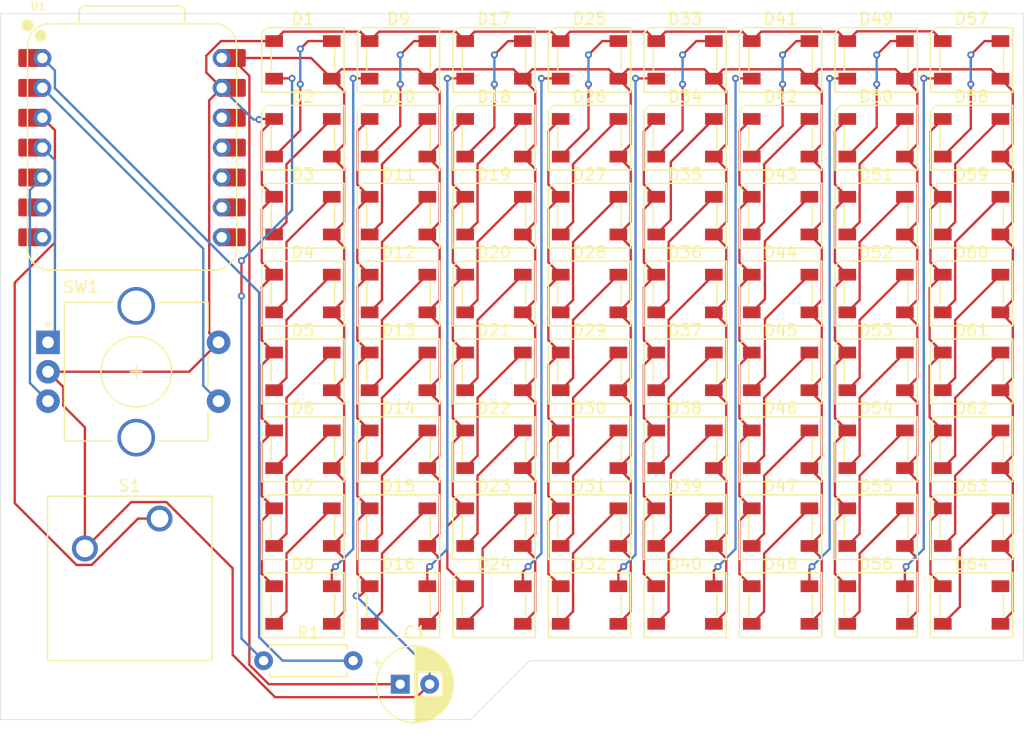
<source format=kicad_pcb>
(kicad_pcb (version 20241229) (generator "pcbnew") (generator_version "9.0")
  (layers (0 "F.Cu" signal) (2 "B.Cu" signal) (13 "F.Paste" user) (15 "B.Paste" user) (5 "F.SilkS" user "F.Silkscreen") (7 "B.SilkS" user "B.Silkscreen") (1 "F.Mask" user) (3 "B.Mask" user) (25 "Edge.Cuts" user))
  (net 0 "")
  (net 1 "VDD")
  (net 2 "VSS")
  (net 3 "Net-(D1-DOUT)")
  (net 4 "Net-(D1-DIN)")
  (net 5 "Net-(D2-DOUT)")
  (net 6 "Net-(D3-DOUT)")
  (net 7 "Net-(D4-DOUT)")
  (net 8 "Net-(D5-DOUT)")
  (net 9 "Net-(D6-DOUT)")
  (net 10 "Net-(D7-DOUT)")
  (net 11 "Net-(D8-DOUT)")
  (net 12 "Net-(D10-DIN)")
  (net 13 "Net-(D10-DOUT)")
  (net 14 "Net-(D11-DOUT)")
  (net 15 "Net-(D12-DOUT)")
  (net 16 "Net-(D13-DOUT)")
  (net 17 "Net-(D14-DOUT)")
  (net 18 "Net-(D15-DOUT)")
  (net 19 "Net-(D16-DOUT)")
  (net 20 "Net-(D17-DOUT)")
  (net 21 "Net-(D18-DOUT)")
  (net 22 "Net-(D19-DOUT)")
  (net 23 "Net-(D20-DOUT)")
  (net 24 "Net-(D21-DOUT)")
  (net 25 "Net-(D22-DOUT)")
  (net 26 "Net-(D23-DOUT)")
  (net 27 "Net-(D24-DOUT)")
  (net 28 "Net-(D25-DOUT)")
  (net 29 "Net-(D26-DOUT)")
  (net 30 "Net-(D27-DOUT)")
  (net 31 "Net-(D28-DOUT)")
  (net 32 "Net-(D29-DOUT)")
  (net 33 "Net-(D30-DOUT)")
  (net 34 "Net-(D31-DOUT)")
  (net 35 "Net-(D32-DOUT)")
  (net 36 "Net-(D33-DOUT)")
  (net 37 "Net-(D34-DOUT)")
  (net 38 "Net-(D35-DOUT)")
  (net 39 "Net-(D36-DOUT)")
  (net 40 "Net-(D37-DOUT)")
  (net 41 "Net-(D38-DOUT)")
  (net 42 "Net-(D39-DOUT)")
  (net 43 "Net-(D40-DOUT)")
  (net 44 "Net-(D41-DOUT)")
  (net 45 "Net-(D42-DOUT)")
  (net 46 "Net-(D43-DOUT)")
  (net 47 "Net-(D44-DOUT)")
  (net 48 "Net-(D45-DOUT)")
  (net 49 "Net-(D46-DOUT)")
  (net 50 "Net-(D47-DOUT)")
  (net 51 "Net-(D48-DOUT)")
  (net 52 "Net-(D49-DOUT)")
  (net 53 "Net-(D50-DOUT)")
  (net 54 "Net-(D51-DOUT)")
  (net 55 "Net-(D52-DOUT)")
  (net 56 "Net-(D53-DOUT)")
  (net 57 "Net-(D54-DOUT)")
  (net 58 "Net-(D55-DOUT)")
  (net 59 "Net-(D56-DOUT)")
  (net 60 "Net-(D57-DOUT)")
  (net 61 "Net-(D58-DOUT)")
  (net 62 "Net-(D59-DOUT)")
  (net 63 "Net-(D60-DOUT)")
  (net 64 "Net-(D61-DOUT)")
  (net 65 "Net-(D62-DOUT)")
  (net 66 "Net-(D63-DOUT)")
  (net 68 "Net-(U1-GPIO4{slash}A2{slash}D2)")
  (net 69 "Net-(U1-GPIO6{slash}D4{slash}SDA)")
  (net 70 "Net-(U1-GPIO5{slash}A3{slash}D3)")
  (net 71 "Net-(U1-GPIO3{slash}A1{slash}D1)")
  (net 72 "Net-(U1-GPIO2{slash}A0{slash}D0)")
  (footprint "LED_SMD:LED_SK6812_PLCC4_5.0x5.0mm_P3.2mm" (layer "F.Cu") (at 115.08875 71.40875)
    (property "Reference" "D29")
    (property "Value" "SK6812")
  )
  (footprint "LED_SMD:LED_SK6812_PLCC4_5.0x5.0mm_P3.2mm" (layer "F.Cu") (at 115.08875 44.92875)
    (property "Reference" "D25")
    (property "Value" "SK6812")
  )
  (footprint "LED_SMD:LED_SK6812_PLCC4_5.0x5.0mm_P3.2mm" (layer "F.Cu") (at 147.56875 91.26875)
    (property "Reference" "D64")
    (property "Value" "SK6812")
  )
  (footprint "LED_SMD:LED_SK6812_PLCC4_5.0x5.0mm_P3.2mm" (layer "F.Cu") (at 147.56875 84.64875)
    (property "Reference" "D63")
    (property "Value" "SK6812")
  )
  (footprint "LED_SMD:LED_SK6812_PLCC4_5.0x5.0mm_P3.2mm" (layer "F.Cu") (at 90.72875 84.64875)
    (property "Reference" "D7")
    (property "Value" "SK6812")
  )
  (footprint "LED_SMD:LED_SK6812_PLCC4_5.0x5.0mm_P3.2mm" (layer "F.Cu") (at 123.20875 84.64875)
    (property "Reference" "D39")
    (property "Value" "SK6812")
  )
  (footprint "LED_SMD:LED_SK6812_PLCC4_5.0x5.0mm_P3.2mm" (layer "F.Cu") (at 147.56875 71.40875)
    (property "Reference" "D61")
    (property "Value" "SK6812")
  )
  (footprint "LED_SMD:LED_SK6812_PLCC4_5.0x5.0mm_P3.2mm" (layer "F.Cu") (at 123.20875 71.40875)
    (property "Reference" "D37")
    (property "Value" "SK6812")
  )
  (footprint "LED_SMD:LED_SK6812_PLCC4_5.0x5.0mm_P3.2mm" (layer "F.Cu") (at 139.44875 58.16875)
    (property "Reference" "D51")
    (property "Value" "SK6812")
  )
  (footprint "LED_SMD:LED_SK6812_PLCC4_5.0x5.0mm_P3.2mm" (layer "F.Cu") (at 123.20875 58.16875)
    (property "Reference" "D35")
    (property "Value" "SK6812")
  )
  (footprint "LED_SMD:LED_SK6812_PLCC4_5.0x5.0mm_P3.2mm" (layer "F.Cu") (at 106.96875 84.64875)
    (property "Reference" "D23")
    (property "Value" "SK6812")
  )
  (footprint "LED_SMD:LED_SK6812_PLCC4_5.0x5.0mm_P3.2mm" (layer "F.Cu") (at 98.84875 71.40875)
    (property "Reference" "D13")
    (property "Value" "SK6812")
  )
  (footprint "LED_SMD:LED_SK6812_PLCC4_5.0x5.0mm_P3.2mm" (layer "F.Cu") (at 106.96875 51.54875)
    (property "Reference" "D18")
    (property "Value" "SK6812")
  )
  (footprint "LED_SMD:LED_SK6812_PLCC4_5.0x5.0mm_P3.2mm" (layer "F.Cu") (at 139.44875 91.26875)
    (property "Reference" "D56")
    (property "Value" "SK6812")
  )
  (footprint "LED_SMD:LED_SK6812_PLCC4_5.0x5.0mm_P3.2mm" (layer "F.Cu") (at 139.44875 78.02875)
    (property "Reference" "D54")
    (property "Value" "SK6812")
  )
  (footprint "LED_SMD:LED_SK6812_PLCC4_5.0x5.0mm_P3.2mm" (layer "F.Cu") (at 131.32875 64.78875)
    (property "Reference" "D44")
    (property "Value" "SK6812")
  )
  (footprint "LED_SMD:LED_SK6812_PLCC4_5.0x5.0mm_P3.2mm" (layer "F.Cu") (at 147.56875 51.54875)
    (property "Reference" "D58")
    (property "Value" "SK6812")
  )
  (footprint "LED_SMD:LED_SK6812_PLCC4_5.0x5.0mm_P3.2mm" (layer "F.Cu") (at 106.96875 71.40875)
    (property "Reference" "D21")
    (property "Value" "SK6812")
  )
  (footprint "Resistor_THT:R_Axial_DIN0207_L6.3mm_D2.5mm_P7.62mm_Horizontal" (layer "F.Cu") (at 87.38 96)
    (property "Reference" "R1")
    (property "Value" "R")
  )
  (footprint "LED_SMD:LED_SK6812_PLCC4_5.0x5.0mm_P3.2mm" (layer "F.Cu") (at 139.44875 44.92875)
    (property "Reference" "D49")
    (property "Value" "SK6812")
  )
  (footprint "LED_SMD:LED_SK6812_PLCC4_5.0x5.0mm_P3.2mm" (layer "F.Cu") (at 131.32875 91.26875)
    (property "Reference" "D48")
    (property "Value" "SK6812")
  )
  (footprint "LED_SMD:LED_SK6812_PLCC4_5.0x5.0mm_P3.2mm" (layer "F.Cu") (at 90.72875 64.78875)
    (property "Reference" "D4")
    (property "Value" "SK6812")
  )
  (footprint "LED_SMD:LED_SK6812_PLCC4_5.0x5.0mm_P3.2mm" (layer "F.Cu") (at 123.20875 64.78875)
    (property "Reference" "D36")
    (property "Value" "SK6812")
  )
  (footprint "LED_SMD:LED_SK6812_PLCC4_5.0x5.0mm_P3.2mm" (layer "F.Cu") (at 139.44875 51.54875)
    (property "Reference" "D50")
    (property "Value" "SK6812")
  )
  (footprint "LED_SMD:LED_SK6812_PLCC4_5.0x5.0mm_P3.2mm" (layer "F.Cu") (at 115.08875 58.16875)
    (property "Reference" "D27")
    (property "Value" "SK6812")
  )
  (footprint "LED_SMD:LED_SK6812_PLCC4_5.0x5.0mm_P3.2mm" (layer "F.Cu") (at 123.20875 78.02875)
    (property "Reference" "D38")
    (property "Value" "SK6812")
  )
  (footprint "LED_SMD:LED_SK6812_PLCC4_5.0x5.0mm_P3.2mm" (layer "F.Cu") (at 98.84875 84.64875)
    (property "Reference" "D15")
    (property "Value" "SK6812")
  )
  (footprint "LED_SMD:LED_SK6812_PLCC4_5.0x5.0mm_P3.2mm" (layer "F.Cu") (at 90.72875 91.26875)
    (property "Reference" "D8")
    (property "Value" "SK6812")
  )
  (footprint "LED_SMD:LED_SK6812_PLCC4_5.0x5.0mm_P3.2mm" (layer "F.Cu") (at 139.44875 84.64875)
    (property "Reference" "D55")
    (property "Value" "SK6812")
  )
  (footprint "LED_SMD:LED_SK6812_PLCC4_5.0x5.0mm_P3.2mm" (layer "F.Cu") (at 147.56875 78.02875)
    (property "Reference" "D62")
    (property "Value" "SK6812")
  )
  (footprint "LED_SMD:LED_SK6812_PLCC4_5.0x5.0mm_P3.2mm" (layer "F.Cu") (at 131.32875 58.16875)
    (property "Reference" "D43")
    (property "Value" "SK6812")
  )
  (footprint "LED_SMD:LED_SK6812_PLCC4_5.0x5.0mm_P3.2mm" (layer "F.Cu") (at 90.72875 58.16875)
    (property "Reference" "D3")
    (property "Value" "SK6812")
  )
  (footprint "LED_SMD:LED_SK6812_PLCC4_5.0x5.0mm_P3.2mm" (layer "F.Cu") (at 147.56875 64.78875)
    (property "Reference" "D60")
    (property "Value" "SK6812")
  )
  (footprint "LED_SMD:LED_SK6812_PLCC4_5.0x5.0mm_P3.2mm" (layer "F.Cu") (at 106.96875 58.16875)
    (property "Reference" "D19")
    (property "Value" "SK6812")
  )
  (footprint "LED_SMD:LED_SK6812_PLCC4_5.0x5.0mm_P3.2mm" (layer "F.Cu") (at 90.72875 71.40875)
    (property "Reference" "D5")
    (property "Value" "SK6812")
  )
  (footprint "LED_SMD:LED_SK6812_PLCC4_5.0x5.0mm_P3.2mm" (layer "F.Cu") (at 139.44875 71.40875)
    (property "Reference" "D53")
    (property "Value" "SK6812")
  )
  (footprint "LED_SMD:LED_SK6812_PLCC4_5.0x5.0mm_P3.2mm" (layer "F.Cu") (at 115.08875 51.54875)
    (property "Reference" "D26")
    (property "Value" "SK6812")
  )
  (footprint "LED_SMD:LED_SK6812_PLCC4_5.0x5.0mm_P3.2mm" (layer "F.Cu") (at 123.20875 51.54875)
    (property "Reference" "D34")
    (property "Value" "SK6812")
  )
  (footprint "LED_SMD:LED_SK6812_PLCC4_5.0x5.0mm_P3.2mm" (layer "F.Cu") (at 115.08875 64.78875)
    (property "Reference" "D28")
    (property "Value" "SK6812")
  )
  (footprint "LED_SMD:LED_SK6812_PLCC4_5.0x5.0mm_P3.2mm" (layer "F.Cu") (at 98.84875 44.92875)
    (property "Reference" "D9")
    (property "Value" "SK6812")
  )
  (footprint "Seeed Studio XIAO Series Library:XIAO-ESP32S3-DIP" (layer "F.Cu") (at 76.2 52.3875)
    (property "Reference" "U1")
    (property "Value" "XIAO-ESP32-C3-DIP")
  )
  (footprint "LED_SMD:LED_SK6812_PLCC4_5.0x5.0mm_P3.2mm" (layer "F.Cu") (at 123.20875 44.92875)
    (property "Reference" "D33")
    (property "Value" "SK6812")
  )
  (footprint "LED_SMD:LED_SK6812_PLCC4_5.0x5.0mm_P3.2mm" (layer "F.Cu") (at 90.72875 44.92875)
    (property "Reference" "D1")
    (property "Value" "SK6812")
  )
  (footprint "LED_SMD:LED_SK6812_PLCC4_5.0x5.0mm_P3.2mm" (layer "F.Cu") (at 106.96875 64.78875)
    (property "Reference" "D20")
    (property "Value" "SK6812")
  )
  (footprint "LED_SMD:LED_SK6812_PLCC4_5.0x5.0mm_P3.2mm" (layer "F.Cu") (at 98.84875 58.16875)
    (property "Reference" "D11")
    (property "Value" "SK6812")
  )
  (footprint "LED_SMD:LED_SK6812_PLCC4_5.0x5.0mm_P3.2mm" (layer "F.Cu") (at 131.32875 44.92875)
    (property "Reference" "D41")
    (property "Value" "SK6812")
  )
  (footprint "LED_SMD:LED_SK6812_PLCC4_5.0x5.0mm_P3.2mm" (layer "F.Cu") (at 131.32875 78.02875)
    (property "Reference" "D46")
    (property "Value" "SK6812")
  )
  (footprint "LED_SMD:LED_SK6812_PLCC4_5.0x5.0mm_P3.2mm" (layer "F.Cu") (at 139.44875 64.78875)
    (property "Reference" "D52")
    (property "Value" "SK6812")
  )
  (footprint "LED_SMD:LED_SK6812_PLCC4_5.0x5.0mm_P3.2mm" (layer "F.Cu") (at 147.56875 44.92875)
    (property "Reference" "D57")
    (property "Value" "SK6812")
  )
  (footprint "LED_SMD:LED_SK6812_PLCC4_5.0x5.0mm_P3.2mm" (layer "F.Cu") (at 115.08875 84.64875)
    (property "Reference" "D31")
    (property "Value" "SK6812")
  )
  (footprint "LED_SMD:LED_SK6812_PLCC4_5.0x5.0mm_P3.2mm" (layer "F.Cu") (at 98.84875 78.02875)
    (property "Reference" "D14")
    (property "Value" "SK6812")
  )
  (footprint "LED_SMD:LED_SK6812_PLCC4_5.0x5.0mm_P3.2mm" (layer "F.Cu") (at 131.32875 71.40875)
    (property "Reference" "D45")
    (property "Value" "SK6812")
  )
  (footprint "LED_SMD:LED_SK6812_PLCC4_5.0x5.0mm_P3.2mm" (layer "F.Cu") (at 123.20875 91.26875)
    (property "Reference" "D40")
    (property "Value" "SK6812")
  )
  (footprint "Capacitor_THT:CP_Radial_D6.3mm_P2.50mm" (layer "F.Cu") (at 99 98)
    (property "Reference" "C1")
    (property "Value" "C")
  )
  (footprint "LED_SMD:LED_SK6812_PLCC4_5.0x5.0mm_P3.2mm" (layer "F.Cu") (at 115.08875 91.26875)
    (property "Reference" "D32")
    (property "Value" "SK6812")
  )
  (footprint "LED_SMD:LED_SK6812_PLCC4_5.0x5.0mm_P3.2mm" (layer "F.Cu") (at 147.56875 58.16875)
    (property "Reference" "D59")
    (property "Value" "SK6812")
  )
  (footprint "LED_SMD:LED_SK6812_PLCC4_5.0x5.0mm_P3.2mm" (layer "F.Cu") (at 90.72875 78.02875)
    (property "Reference" "D6")
    (property "Value" "SK6812")
  )
  (footprint "LED_SMD:LED_SK6812_PLCC4_5.0x5.0mm_P3.2mm" (layer "F.Cu") (at 131.32875 51.54875)
    (property "Reference" "D42")
    (property "Value" "SK6812")
  )
  (footprint "LED_SMD:LED_SK6812_PLCC4_5.0x5.0mm_P3.2mm" (layer "F.Cu") (at 98.84875 64.78875)
    (property "Reference" "D12")
    (property "Value" "SK6812")
  )
  (footprint "LED_SMD:LED_SK6812_PLCC4_5.0x5.0mm_P3.2mm" (layer "F.Cu") (at 106.96875 44.92875)
    (property "Reference" "D17")
    (property "Value" "SK6812")
  )
  (footprint "LED_SMD:LED_SK6812_PLCC4_5.0x5.0mm_P3.2mm" (layer "F.Cu") (at 106.96875 91.26875)
    (property "Reference" "D24")
    (property "Value" "SK6812")
  )
  (footprint "LED_SMD:LED_SK6812_PLCC4_5.0x5.0mm_P3.2mm" (layer "F.Cu") (at 115.08875 78.02875)
    (property "Reference" "D30")
    (property "Value" "SK6812")
  )
  (footprint "LED_SMD:LED_SK6812_PLCC4_5.0x5.0mm_P3.2mm" (layer "F.Cu") (at 90.72875 51.54875)
    (property "Reference" "D2")
    (property "Value" "SK6812")
  )
  (footprint "LED_SMD:LED_SK6812_PLCC4_5.0x5.0mm_P3.2mm" (layer "F.Cu") (at 131.32875 84.64875)
    (property "Reference" "D47")
    (property "Value" "SK6812")
  )
  (footprint "Button_Switch_Keyboard:SW_Cherry_MX_1.00u_PCB" (layer "F.Cu") (at 78.54 83.92)
    (property "Reference" "S1")
    (property "Value" "Keyswitch")
  )
  (footprint "Rotary_Encoder:RotaryEncoder_Alps_EC11E-Switch_Vertical_H20mm_CircularMountingHoles" (layer "F.Cu") (at 69.05625 68.9375)
    (property "Reference" "SW1")
    (property "Value" "RotaryEncoder_Switch")
  )
  (footprint "LED_SMD:LED_SK6812_PLCC4_5.0x5.0mm_P3.2mm" (layer "F.Cu") (at 98.84875 91.26875)
    (property "Reference" "D16")
    (property "Value" "SK6812")
  )
  (footprint "LED_SMD:LED_SK6812_PLCC4_5.0x5.0mm_P3.2mm" (layer "F.Cu") (at 106.96875 78.02875)
    (property "Reference" "D22")
    (property "Value" "SK6812")
  )
  (footprint "LED_SMD:LED_SK6812_PLCC4_5.0x5.0mm_P3.2mm" (layer "F.Cu") (at 98.84875 51.54875)
    (property "Reference" "D10")
    (property "Value" "SK6812")
  )
  (gr_line (start 152 96) (end 152 41) (stroke (width 0.05)) (layer "Edge.Cuts"))
  (gr_line (start 65 41) (end 152 41) (stroke (width 0.05)) (layer "Edge.Cuts"))
  (gr_line (start 65 101) (end 65 41) (stroke (width 0.05)) (layer "Edge.Cuts"))
  (gr_line (start 110 96) (end 152 96) (stroke (width 0.05)) (layer "Edge.Cuts"))
  (gr_line (start 105 101) (end 110 96) (stroke (width 0.05)) (layer "Edge.Cuts"))
  (gr_line (start 105 101) (end 65 101) (stroke (width 0.05)) (layer "Edge.Cuts"))
  (segment (start 133.77875 73.00875) (end 134.82975 74.05975) (width 0.2) (layer "F.Cu") (net 1))
  (segment (start 134.82975 52.09775) (end 133.77875 53.14875) (width 0.2) (layer "F.Cu") (net 1))
  (segment (start 142.94975 80.67975) (end 142.94975 85.19775) (width 0.2) (layer "F.Cu") (net 1))
  (segment (start 110.46975 87.29975) (end 110.46975 91.81775) (width 0.2) (layer "F.Cu") (net 1))
  (segment (start 94.22975 60.81975) (end 94.22975 65.33775) (width 0.2) (layer "F.Cu") (net 1))
  (segment (start 125.65875 79.62875) (end 126.70975 80.67975) (width 0.2) (layer "F.Cu") (net 1))
  (segment (start 102.34975 85.19775) (end 102.34975 80.67975) (width 0.2) (layer "F.Cu") (net 1))
  (segment (start 118.58975 67.43975) (end 118.58975 71.95775) (width 0.2) (layer "F.Cu") (net 1))
  (segment (start 102.34975 67.43975) (end 101.29875 66.38875) (width 0.2) (layer "F.Cu") (net 1))
  (segment (start 134.82975 80.67975) (end 134.82975 85.19775) (width 0.2) (layer "F.Cu") (net 1))
  (segment (start 102.34975 74.05975) (end 102.34975 78.57775) (width 0.2) (layer "F.Cu") (net 1))
  (segment (start 151.06975 91.81775) (end 150.01875 92.86875) (width 0.2) (layer "F.Cu") (net 1))
  (segment (start 151.06975 85.19775) (end 150.01875 86.24875) (width 0.2) (layer "F.Cu") (net 1))
  (segment (start 142.94975 65.33775) (end 141.89875 66.38875) (width 0.2) (layer "F.Cu") (net 1))
  (segment (start 134.82975 60.81975) (end 134.82975 65.33775) (width 0.2) (layer "F.Cu") (net 1))
  (segment (start 134.82975 47.57975) (end 134.82975 52.09775) (width 0.2) (layer "F.Cu") (net 1))
  (segment (start 110.46975 85.19775) (end 109.41875 86.24875) (width 0.2) (layer "F.Cu") (net 1))
  (segment (start 118.33975 45.72775) (end 124.85775 45.72775) (width 0.2) (layer "F.Cu") (net 1))
  (segment (start 141.89875 46.52875) (end 142.94975 47.57975) (width 0.2) (layer "F.Cu") (net 1))
  (segment (start 142.94975 67.43975) (end 142.94975 71.95775) (width 0.2) (layer "F.Cu") (net 1))
  (segment (start 109.41875 59.76875) (end 110.46975 60.81975) (width 0.2) (layer "F.Cu") (net 1))
  (segment (start 109.41875 79.62875) (end 110.46975 80.67975) (width 0.2) (layer "F.Cu") (net 1))
  (segment (start 118.58975 47.57975) (end 118.58975 52.09775) (width 0.2) (layer "F.Cu") (net 1))
  (segment (start 134.82975 85.19775) (end 133.77875 86.24875) (width 0.2) (layer "F.Cu") (net 1))
  (segment (start 94.22975 91.81775) (end 94.22975 87.29975) (width 0.2) (layer "F.Cu") (net 1))
  (segment (start 109.41875 46.52875) (end 110.21975 45.72775) (width 0.2) (layer "F.Cu") (net 1))
  (segment (start 94.22975 67.43975) (end 94.22975 71.95775) (width 0.2) (layer "F.Cu") (net 1))
  (segment (start 102.34975 52.09775) (end 102.34975 47.57975) (width 0.2) (layer "F.Cu") (net 1))
  (segment (start 102.34975 54.19975) (end 101.29875 53.14875) (width 0.2) (layer "F.Cu") (net 1))
  (segment (start 133.77875 86.24875) (end 134.82975 87.29975) (width 0.2) (layer "F.Cu") (net 1))
  (segment (start 126.70975 52.09775) (end 125.65875 53.14875) (width 0.2) (layer "F.Cu") (net 1))
  (segment (start 102.34975 78.57775) (end 101.29875 79.62875) (width 0.2) (layer "F.Cu") (net 1))
  (segment (start 94.22975 65.33775) (end 93.17875 66.38875) (width 0.2) (layer "F.Cu") (net 1))
  (segment (start 93.17875 92.86875) (end 94.22975 91.81775) (width 0.2) (layer "F.Cu") (net 1))
  (segment (start 134.82975 71.95775) (end 133.77875 73.00875) (width 0.2) (layer "F.Cu") (net 1))
  (segment (start 150.01875 73.00875) (end 151.06975 74.05975) (width 0.2) (layer "F.Cu") (net 1))
  (segment (start 141.89875 66.38875) (end 142.94975 67.43975) (width 0.2) (layer "F.Cu") (net 1))
  (segment (start 126.70975 58.71775) (end 125.65875 59.76875) (width 0.2) (layer "F.Cu") (net 1))
  (segment (start 141.89875 59.76875) (end 142.94975 60.81975) (width 0.2) (layer "F.Cu") (net 1))
  (segment (start 94.22975 78.57775) (end 93.17875 79.62875) (width 0.2) (layer "F.Cu") (net 1))
  (segment (start 133.77875 59.76875) (end 134.82975 60.81975) (width 0.2) (layer "F.Cu") (net 1))
  (segment (start 110.46975 74.05975) (end 110.46975 78.57775) (width 0.2) (layer "F.Cu") (net 1))
  (segment (start 117.53875 46.52875) (end 118.33975 45.72775) (width 0.2) (layer "F.Cu") (net 1))
  (segment (start 110.46975 80.67975) (end 110.46975 85.19775) (width 0.2) (layer "F.Cu") (net 1))
  (segment (start 110.46975 91.81775) (end 109.41875 92.86875) (width 0.2) (layer "F.Cu") (net 1))
  (segment (start 126.70975 47.57975) (end 126.70975 52.09775) (width 0.2) (layer "F.Cu") (net 1))
  (segment (start 94.22975 80.67975) (end 94.22975 85.19775) (width 0.2) (layer "F.Cu") (net 1))
  (segment (start 91.4175 44.7675) (end 93.17875 46.52875) (width 0.2) (layer "F.Cu") (net 1))
  (segment (start 125.65875 59.76875) (end 126.70975 60.81975) (width 0.2) (layer "F.Cu") (net 1))
  (segment (start 126.70975 71.95775) (end 125.65875 73.00875) (width 0.2) (layer "F.Cu") (net 1))
  (segment (start 93.17875 73.00875) (end 94.22975 74.05975) (width 0.2) (layer "F.Cu") (net 1))
  (segment (start 110.46975 65.33775) (end 109.41875 66.38875) (width 0.2) (layer "F.Cu") (net 1))
  (segment (start 108.61775 45.72775) (end 109.41875 46.52875) (width 0.2) (layer "F.Cu") (net 1))
  (segment (start 142.94975 87.29975) (end 142.94975 91.81775) (width 0.2) (layer "F.Cu") (net 1))
  (segment (start 109.41875 53.14875) (end 110.46975 54.19975) (width 0.2) (layer "F.Cu") (net 1))
  (segment (start 94.22975 54.19975) (end 94.22975 58.71775) (width 0.2) (layer "F.Cu") (net 1))
  (segment (start 125.65875 46.52875) (end 126.45975 45.72775) (width 0.2) (layer "F.Cu") (net 1))
  (segment (start 94.22975 85.19775) (end 93.17875 86.24875) (width 0.2) (layer "F.Cu") (net 1))
  (segment (start 134.82975 65.33775) (end 133.77875 66.38875) (width 0.2) (layer "F.Cu") (net 1))
  (segment (start 118.58975 85.19775) (end 117.53875 86.24875) (width 0.2) (layer "F.Cu") (net 1))
  (segment (start 133.77875 66.38875) (end 134.82975 67.43975) (width 0.2) (layer "F.Cu") (net 1))
  (segment (start 101.29875 66.38875) (end 102.34975 65.33775) (width 0.2) (layer "F.Cu") (net 1))
  (segment (start 110.46975 71.95775) (end 109.41875 73.00875) (width 0.2) (layer "F.Cu") (net 1))
  (segment (start 133.77875 53.14875) (end 134.82975 54.19975) (width 0.2) (layer "F.Cu") (net 1))
  (segment (start 109.41875 46.52875) (end 110.46975 47.57975) (width 0.2) (layer "F.Cu") (net 1))
  (segment (start 117.53875 66.38875) (end 118.58975 67.43975) (width 0.2) (layer "F.Cu") (net 1))
  (segment (start 134.82975 58.71775) (end 133.77875 59.76875) (width 0.2) (layer "F.Cu") (net 1))
  (segment (start 126.70975 80.67975) (end 126.70975 85.19775) (width 0.2) (layer "F.Cu") (net 1))
  (segment (start 141.09775 45.72775) (end 141.89875 46.52875) (width 0.2) (layer "F.Cu") (net 1))
  (segment (start 110.46975 52.09775) (end 109.41875 53.14875) (width 0.2) (layer "F.Cu") (net 1))
  (segment (start 109.41875 66.38875) (end 110.46975 67.43975) (width 0.2) (layer "F.Cu") (net 1))
  (segment (start 142.94975 91.81775) (end 141.89875 92.86875) (width 0.2) (layer "F.Cu") (net 1))
  (segment (start 142.94975 52.09775) (end 141.89875 53.14875) (width 0.2) (layer "F.Cu") (net 1))
  (segment (start 94.22975 47.57975) (end 94.22975 52.09775) (width 0.2) (layer "F.Cu") (net 1))
  (segment (start 142.94975 71.95775) (end 141.89875 73.00875) (width 0.2) (layer "F.Cu") (net 1))
  (segment (start 142.94975 60.81975) (end 142.94975 65.33775) (width 0.2) (layer "F.Cu") (net 1))
  (segment (start 109.41875 86.24875) (end 110.46975 87.29975) (width 0.2) (layer "F.Cu") (net 1))
  (segment (start 86.172 96.34905) (end 87.82295 98) (width 0.2) (layer "F.Cu") (net 1))
  (segment (start 151.06975 74.05975) (end 151.06975 78.57775) (width 0.2) (layer "F.Cu") (net 1))
  (segment (start 102.34975 47.57975) (end 101.29875 46.52875) (width 0.2) (layer "F.Cu") (net 1))
  (segment (start 126.70975 60.81975) (end 126.70975 65.33775) (width 0.2) (layer "F.Cu") (net 1))
  (segment (start 117.53875 86.24875) (end 118.58975 87.29975) (width 0.2) (layer "F.Cu") (net 1))
  (segment (start 117.53875 53.14875) (end 118.58975 54.19975) (width 0.2) (layer "F.Cu") (net 1))
  (segment (start 101.29875 59.76875) (end 102.34975 58.71775) (width 0.2) (layer "F.Cu") (net 1))
  (segment (start 151.06975 65.33775) (end 150.01875 66.38875) (width 0.2) (layer "F.Cu") (net 1))
  (segment (start 133.77875 46.52875) (end 134.82975 47.57975) (width 0.2) (layer "F.Cu") (net 1))
  (segment (start 132.97775 45.72775) (end 133.77875 46.52875) (width 0.2) (layer "F.Cu") (net 1))
  (segment (start 118.58975 54.19975) (end 118.58975 58.71775) (width 0.2) (layer "F.Cu") (net 1))
  (segment (start 134.82975 54.19975) (end 134.82975 58.71775) (width 0.2) (layer "F.Cu") (net 1))
  (segment (start 93.17875 53.14875) (end 94.22975 54.19975) (width 0.2) (layer "F.Cu") (net 1))
  (segment (start 151.06975 47.57975) (end 151.06975 52.09775) (width 0.2) (layer "F.Cu") (net 1))
  (segment (start 141.89875 73.00875) (end 142.94975 74.05975) (width 0.2) (layer "F.Cu") (net 1))
  (segment (start 150.01875 79.62875) (end 151.06975 80.67975) (width 0.2) (layer "F.Cu") (net 1))
  (segment (start 109.41875 73.00875) (end 110.46975 74.05975) (width 0.2) (layer "F.Cu") (net 1))
  (segment (start 126.70975 54.19975) (end 126.70975 58.71775) (width 0.2) (layer "F.Cu") (net 1))
  (segment (start 150.01875 53.14875) (end 151.06975 54.19975) (width 0.2) (layer "F.Cu") (net 1))
  (segment (start 125.65875 66.38875) (end 126.70975 67.43975) (width 0.2) (layer "F.Cu") (net 1))
  (segment (start 102.34975 91.81775) (end 102.34975 87.29975) (width 0.2) (layer "F.Cu") (net 1))
  (segment (start 142.94975 78.57775) (end 141.89875 79.62875) (width 0.2) (layer "F.Cu") (net 1))
  (segment (start 93.97975 45.72775) (end 100.49775 45.72775) (width 0.2) (layer "F.Cu") (net 1))
  (segment (start 102.34975 87.29975) (end 101.29875 86.24875) (width 0.2) (layer "F.Cu") (net 1))
  (segment (start 102.34975 80.67975) (end 101.29875 79.62875) (width 0.2) (layer "F.Cu") (net 1))
  (segment (start 101.29875 92.86875) (end 102.34975 91.81775) (width 0.2) (layer "F.Cu") (net 1))
  (segment (start 126.70975 85.19775) (end 125.65875 86.24875) (width 0.2) (layer "F.Cu") (net 1))
  (segment (start 94.22975 58.71775) (end 93.17875 59.76875) (width 0.2) (layer "F.Cu") (net 1))
  (segment (start 117.53875 73.00875) (end 118.58975 74.05975) (width 0.2) (layer "F.Cu") (net 1))
  (segment (start 134.82975 87.29975) (end 134.82975 91.81775) (width 0.2) (layer "F.Cu") (net 1))
  (segment (start 102.34975 65.33775) (end 102.34975 60.81975) (width 0.2) (layer "F.Cu") (net 1))
  (segment (start 149.21775 45.72775) (end 150.01875 46.52875) (width 0.2) (layer "F.Cu") (net 1))
  (segment (start 93.17875 59.76875) (end 94.22975 60.81975) (width 0.2) (layer "F.Cu") (net 1))
  (segment (start 126.70975 67.43975) (end 126.70975 71.95775) (width 0.2) (layer "F.Cu") (net 1))
  (segment (start 102.09975 45.72775) (end 108.61775 45.72775) (width 0.2) (layer "F.Cu") (net 1))
  (segment (start 151.06975 54.19975) (end 151.06975 58.71775) (width 0.2) (layer "F.Cu") (net 1))
  (segment (start 87.82295 98) (end 99 98) (width 0.2) (layer "F.Cu") (net 1))
  (segment (start 110.46975 58.71775) (end 109.41875 59.76875) (width 0.2) (layer "F.Cu") (net 1))
  (segment (start 110.46975 67.43975) (end 110.46975 71.95775) (width 0.2) (layer "F.Cu") (net 1))
  (segment (start 101.29875 46.52875) (end 102.09975 45.72775) (width 0.2) (layer "F.Cu") (net 1))
  (segment (start 118.58975 58.71775) (end 117.53875 59.76875) (width 0.2) (layer "F.Cu") (net 1))
  (segment (start 110.46975 54.19975) (end 110.46975 58.71775) (width 0.2) (layer "F.Cu") (net 1))
  (segment (start 94.22975 52.09775) (end 93.17875 53.14875) (width 0.2) (layer "F.Cu") (net 1))
  (segment (start 126.45975 45.72775) (end 132.97775 45.72775) (width 0.2) (layer "F.Cu") (net 1))
  (segment (start 102.34975 58.71775) (end 102.34975 54.19975) (width 0.2) (layer "F.Cu") (net 1))
  (segment (start 125.65875 73.00875) (end 126.70975 74.05975) (width 0.2) (layer "F.Cu") (net 1))
  (segment (start 151.06975 78.57775) (end 150.01875 79.62875) (width 0.2) (layer "F.Cu") (net 1))
  (segment (start 100.49775 45.72775) (end 101.29875 46.52875) (width 0.2) (layer "F.Cu") (net 1))
  (segment (start 102.34975 71.95775) (end 102.34975 67.43975) (width 0.2) (layer "F.Cu") (net 1))
  (segment (start 151.06975 67.43975) (end 151.06975 71.95775) (width 0.2) (layer "F.Cu") (net 1))
  (segment (start 134.82975 91.81775) (end 133.77875 92.86875) (width 0.2) (layer "F.Cu") (net 1))
  (segment (start 118.58975 60.81975) (end 118.58975 65.33775) (width 0.2) (layer "F.Cu") (net 1))
  (segment (start 142.94975 58.71775) (end 141.89875 59.76875) (width 0.2) (layer "F.Cu") (net 1))
  (segment (start 142.69975 45.72775) (end 149.21775 45.72775) (width 0.2) (layer "F.Cu") (net 1))
  (segment (start 84.655 44.7675) (end 91.4175 44.7675) (width 0.2) (layer "F.Cu") (net 1))
  (segment (start 124.85775 45.72775) (end 125.65875 46.52875) (width 0.2) (layer "F.Cu") (net 1))
  (segment (start 86.172 46.2845) (end 86.172 96.34905) (width 0.2) (layer "F.Cu") (net 1))
  (segment (start 118.58975 71.95775) (end 117.53875 73.00875) (width 0.2) (layer "F.Cu") (net 1))
  (segment (start 101.29875 86.24875) (end 102.34975 85.19775) (width 0.2) (layer "F.Cu") (net 1))
  (segment (start 126.70975 91.81775) (end 125.65875 92.86875) (width 0.2) (layer "F.Cu") (net 1))
  (segment (start 84.655 44.7675) (end 86.172 46.2845) (width 0.2) (layer "F.Cu") (net 1))
  (segment (start 134.82975 74.05975) (end 134.82975 78.57775) (width 0.2) (layer "F.Cu") (net 1))
  (segment (start 118.58975 87.29975) (end 118.58975 91.81775) (width 0.2) (layer "F.Cu") (net 1))
  (segment (start 93.17875 46.52875) (end 93.97975 45.72775) (width 0.2) (layer "F.Cu") (net 1))
  (segment (start 117.53875 79.62875) (end 118.58975 80.67975) (width 0.2) (layer "F.Cu") (net 1))
  (segment (start 141.89875 46.52875) (end 142.69975 45.72775) (width 0.2) (layer "F.Cu") (net 1))
  (segment (start 151.06975 52.09775) (end 150.01875 53.14875) (width 0.2) (layer "F.Cu") (net 1))
  (segment (start 134.57975 45.72775) (end 141.09775 45.72775) (width 0.2) (layer "F.Cu") (net 1))
  (segment (start 133.77875 46.52875) (end 134.57975 45.72775) (width 0.2) (layer "F.Cu") (net 1))
  (segment (start 126.70975 65.33775) (end 125.65875 66.38875) (width 0.2) (layer "F.Cu") (net 1))
  (segment (start 141.89875 53.14875) (end 142.94975 54.19975) (width 0.2) (layer "F.Cu") (net 1))
  (segment (start 117.53875 46.52875) (end 118.58975 47.57975) (width 0.2) (layer "F.Cu") (net 1))
  (segment (start 118.58975 52.09775) (end 117.53875 53.14875) (width 0.2) (layer "F.Cu") (net 1))
  (segment (start 150.01875 46.52875) (end 151.06975 47.57975) (width 0.2) (layer "F.Cu") (net 1))
  (segment (start 110.46975 78.57775) (end 109.41875 79.62875) (width 0.2) (layer "F.Cu") (net 1))
  (segment (start 101.29875 73.00875) (end 102.34975 74.05975) (width 0.2) (layer "F.Cu") (net 1))
  (segment (start 134.82975 67.43975) (end 134.82975 71.95775) (width 0.2) (layer "F.Cu") (net 1))
  (segment (start 101.29875 53.14875) (end 102.34975 52.09775) (width 0.2) (layer "F.Cu") (net 1))
  (segment (start 125.65875 46.52875) (end 126.70975 47.57975) (width 0.2) (layer "F.Cu") (net 1))
  (segment (start 94.22975 71.95775) (end 93.17875 73.00875) (width 0.2) (layer "F.Cu") (net 1))
  (segment (start 93.17875 66.38875) (end 94.22975 67.43975) (width 0.2) (layer "F.Cu") (net 1))
  (segment (start 151.06975 58.71775) (end 150.01875 59.76875) (width 0.2) (layer "F.Cu") (net 1))
  (segment (start 110.46975 47.57975) (end 110.46975 52.09775) (width 0.2) (layer "F.Cu") (net 1))
  (segment (start 116.73775 45.72775) (end 117.53875 46.52875) (width 0.2) (layer "F.Cu") (net 1))
  (segment (start 141.89875 79.62875) (end 142.94975 80.67975) (width 0.2) (layer "F.Cu") (net 1))
  (segment (start 94.22975 74.05975) (end 94.22975 78.57775) (width 0.2) (layer "F.Cu") (net 1))
  (segment (start 142.94975 85.19775) (end 141.89875 86.24875) (width 0.2) (layer "F.Cu") (net 1))
  (segment (start 117.53875 59.76875) (end 118.58975 60.81975) (width 0.2) (layer "F.Cu") (net 1))
  (segment (start 151.06975 71.95775) (end 150.01875 73.00875) (width 0.2) (layer "F.Cu") (net 1))
  (segment (start 118.58975 78.57775) (end 117.53875 79.62875) (width 0.2) (layer "F.Cu") (net 1))
  (segment (start 133.77875 79.62875) (end 134.82975 80.67975) (width 0.2) (layer "F.Cu") (net 1))
  (segment (start 151.06975 80.67975) (end 151.06975 85.19775) (width 0.2) (layer "F.Cu") (net 1))
  (segment (start 151.06975 60.81975) (end 151.06975 65.33775) (width 0.2) (layer "F.Cu") (net 1))
  (segment (start 126.70975 87.29975) (end 126.70975 91.81775) (width 0.2) (layer "F.Cu") (net 1))
  (segment (start 142.94975 54.19975) (end 142.94975 58.71775) (width 0.2) (layer "F.Cu") (net 1))
  (segment (start 126.70975 78.57775) (end 125.65875 79.62875) (width 0.2) (layer "F.Cu") (net 1))
  (segment (start 118.58975 65.33775) (end 117.53875 66.38875) (width 0.2) (layer "F.Cu") (net 1))
  (segment (start 126.70975 74.05975) (end 126.70975 78.57775) (width 0.2) (layer "F.Cu") (net 1))
  (segment (start 141.89875 86.24875) (end 142.94975 87.29975) (width 0.2) (layer "F.Cu") (net 1))
  (segment (start 118.58975 80.67975) (end 118.58975 85.19775) (width 0.2) (layer "F.Cu") (net 1))
  (segment (start 93.17875 46.52875) (end 94.22975 47.57975) (width 0.2) (layer "F.Cu") (net 1))
  (segment (start 110.46975 60.81975) (end 110.46975 65.33775) (width 0.2) (layer "F.Cu") (net 1))
  (segment (start 142.94975 47.57975) (end 142.94975 52.09775) (width 0.2) (layer "F.Cu") (net 1))
  (segment (start 118.58975 74.05975) (end 118.58975 78.57775) (width 0.2) (layer "F.Cu") (net 1))
  (segment (start 150.01875 59.76875) (end 151.06975 60.81975) (width 0.2) (layer "F.Cu") (net 1))
  (segment (start 93.17875 79.62875) (end 94.22975 80.67975) (width 0.2) (layer "F.Cu") (net 1))
  (segment (start 151.06975 87.29975) (end 151.06975 91.81775) (width 0.2) (layer "F.Cu") (net 1))
  (segment (start 102.34975 60.81975) (end 101.29875 59.76875) (width 0.2) (layer "F.Cu") (net 1))
  (segment (start 118.58975 91.81775) (end 117.53875 92.86875) (width 0.2) (layer "F.Cu") (net 1))
  (segment (start 142.94975 74.05975) (end 142.94975 78.57775) (width 0.2) (layer "F.Cu") (net 1))
  (segment (start 110.21975 45.72775) (end 116.73775 45.72775) (width 0.2) (layer "F.Cu") (net 1))
  (segment (start 94.22975 87.29975) (end 93.17875 86.24875) (width 0.2) (layer "F.Cu") (net 1))
  (segment (start 150.01875 66.38875) (end 151.06975 67.43975) (width 0.2) (layer "F.Cu") (net 1))
  (segment (start 134.82975 78.57775) (end 133.77875 79.62875) (width 0.2) (layer "F.Cu") (net 1))
  (segment (start 101.29875 73.00875) (end 102.34975 71.95775) (width 0.2) (layer "F.Cu") (net 1))
  (segment (start 125.65875 53.14875) (end 126.70975 54.19975) (width 0.2) (layer "F.Cu") (net 1))
  (segment (start 125.65875 86.24875) (end 126.70975 87.29975) (width 0.2) (layer "F.Cu") (net 1))
  (segment (start 150.01875 86.24875) (end 151.06975 87.29975) (width 0.2) (layer "F.Cu") (net 1))
  (segment (start 128.87875 89.66875) (end 127.82775 88.61775) (width 0.2) (layer "F.Cu") (net 2))
  (segment (start 120.75875 76.42875) (end 119.70775 77.47975) (width 0.2) (layer "F.Cu") (net 2))
  (segment (start 72.19 76.15875) (end 72.19 86.46) (width 0.2) (layer "F.Cu") (net 2))
  (segment (start 127.82775 50.99975) (end 128.87875 49.94875) (width 0.2) (layer "F.Cu") (net 2))
  (segment (start 103.46775 81.99775) (end 103.46775 77.47975) (width 0.2) (layer "F.Cu") (net 2))
  (segment (start 88.27875 49.94875) (end 87.05125 49.94875) (width 0.2) (layer "F.Cu") (net 2))
  (segment (start 95.59775 42.52775) (end 96.39875 43.32875) (width 0.2) (layer "F.Cu") (net 2))
  (segment (start 112.63875 83.04875) (end 111.58775 81.99775) (width 0.2) (layer "F.Cu") (net 2))
  (segment (start 127.82775 68.75775) (end 127.82775 64.23975) (width 0.2) (layer "F.Cu") (net 2))
  (segment (start 87.22775 55.51775) (end 88.27875 56.56875) (width 0.2) (layer "F.Cu") (net 2))
  (segment (start 95.34775 64.23975) (end 96.39875 63.18875) (width 0.2) (layer "F.Cu") (net 2))
  (segment (start 111.58775 70.85975) (end 112.63875 69.80875) (width 0.2) (layer "F.Cu") (net 2))
  (segment (start 103.71775 42.52775) (end 104.51875 43.32875) (width 0.2) (layer "F.Cu") (net 2))
  (segment (start 72.19 86.46) (end 76.131 82.519) (width 0.2) (layer "F.Cu") (net 2))
  (segment (start 96.39875 43.32875) (end 97.19975 42.52775) (width 0.2) (layer "F.Cu") (net 2))
  (segment (start 135.94775 68.75775) (end 136.99875 69.80875) (width 0.2) (layer "F.Cu") (net 2))
  (segment (start 83.82 47.3075) (end 82.757 48.3705) (width 0.2) (layer "F.Cu") (net 2))
  (segment (start 145.11875 63.18875) (end 144.06775 62.13775) (width 0.2) (layer "F.Cu") (net 2))
  (segment (start 88.35685 99.101) (end 100.399 99.101) (width 0.2) (layer "F.Cu") (net 2))
  (segment (start 88.27875 49.94875) (end 87.22775 50.99975) (width 0.2) (layer "F.Cu") (net 2))
  (segment (start 83.75544 43.32875) (end 82.5125 44.57169) (width 0.2) (layer "F.Cu") (net 2))
  (segment (start 111.58775 62.13775) (end 111.58775 57.61975) (width 0.2) (layer "F.Cu") (net 2))
  (segment (start 127.82775 88.61775) (end 127.82775 84.09975) (width 0.2) (layer "F.Cu") (net 2))
  (segment (start 128.07775 42.52775) (end 128.87875 43.32875) (width 0.2) (layer "F.Cu") (net 2))
  (segment (start 88.27875 43.32875) (end 89.07975 42.52775) (width 0.2) (layer "F.Cu") (net 2))
  (segment (start 144.06775 88.61775) (end 144.06775 84.09975) (width 0.2) (layer "F.Cu") (net 2))
  (segment (start 145.11875 76.42875) (end 144 75.31) (width 0.2) (layer "F.Cu") (net 2))
  (segment (start 103.46775 64.23975) (end 103.46775 68.75775) (width 0.2) (layer "F.Cu") (net 2))
  (segment (start 136.99875 76.42875) (end 135.94775 77.47975) (width 0.2) (layer "F.Cu") (net 2))
  (segment (start 111.58775 68.75775) (end 111.58775 64.23975) (width 0.2) (layer "F.Cu") (net 2))
  (segment (start 144 70.9275) (end 145.11875 69.80875) (width 0.2) (layer "F.Cu") (net 2))
  (segment (start 119.70775 75.37775) (end 120.75875 76.42875) (width 0.2) (layer "F.Cu") (net 2))
  (segment (start 103.46775 57.61975) (end 103.46775 62.13775) (width 0.2) (layer "F.Cu") (net 2))
  (segment (start 87.22775 84.09975) (end 87.22775 88.61775) (width 0.2) (layer "F.Cu") (net 2))
  (segment (start 95.34775 75.37775) (end 95.34775 70.85975) (width 0.2) (layer "F.Cu") (net 2))
  (segment (start 97.19975 42.52775) (end 103.71775 42.52775) (width 0.2) (layer "F.Cu") (net 2))
  (segment (start 137.8275 42.5) (end 144.29 42.5) (width 0.2) (layer "F.Cu") (net 2))
  (segment (start 127.82775 64.23975) (end 128.87875 63.18875) (width 0.2) (layer "F.Cu") (net 2))
  (segment (start 112.63875 63.18875) (end 111.58775 62.13775) (width 0.2) (layer "F.Cu") (net 2))
  (segment (start 87.22775 81.99775) (end 88.27875 83.04875) (width 0.2) (layer "F.Cu") (net 2))
  (segment (start 119.70775 77.47975) (end 119.70775 81.99775) (width 0.2) (layer "F.Cu") (net 2))
  (segment (start 96.39875 69.80875) (end 95.34775 68.75775) (width 0.2) (layer "F.Cu") (net 2))
  (segment (start 127.82775 57.61975) (end 128.87875 56.56875) (width 0.2) (layer "F.Cu") (net 2))
  (segment (start 120.75875 69.80875) (end 119.70775 70.85975) (width 0.2) (layer "F.Cu") (net 2))
  (segment (start 144.06775 55.51775) (end 144.06775 50.99975) (width 0.2) (layer "F.Cu") (net 2))
  (segment (start 144.06775 62.13775) (end 144.06775 57.61975) (width 0.2) (layer "F.Cu") (net 2))
  (segment (start 136.99875 69.80875) (end 135.94775 70.85975) (width 0.2) (layer "F.Cu") (net 2))
  (segment (start 103.46775 75.37775) (end 104.51875 76.42875) (width 0.2) (layer "F.Cu") (net 2))
  (segment (start 127.82775 81.99775) (end 127.82775 77.47975) (width 0.2) (layer "F.Cu") (net 2))
  (segment (start 104.51875 69.80875) (end 103.46775 70.85975) (width 0.2) (layer "F.Cu") (net 2))
  (segment (start 111.58775 84.09975) (end 112.63875 83.04875) (width 0.2) (layer "F.Cu") (net 2))
  (segment (start 119.70775 70.85975) (end 119.70775 75.37775) (width 0.2) (layer "F.Cu") (net 2))
  (segment (start 79.120314 82.519) (end 84.754968 88.153654) (width 0.2) (layer "F.Cu") (net 2))
  (segment (start 111.83775 42.52775) (end 112.63875 43.32875) (width 0.2) (layer "F.Cu") (net 2))
  (segment (start 95.34775 77.47975) (end 95.34775 81.99775) (width 0.2) (layer "F.Cu") (net 2))
  (segment (start 127.82775 55.51775) (end 127.82775 50.99975) (width 0.2) (layer "F.Cu") (net 2))
  (segment (start 127.82775 70.85975) (end 128.87875 69.80875) (width 0.2) (layer "F.Cu") (net 2))
  (segment (start 104.51875 63.18875) (end 103.46775 64.23975) (width 0.2) (layer "F.Cu") (net 2))
  (segment (start 81.05625 71.4375) (end 69.05625 71.4375) (width 0.2) (layer "F.Cu") (net 2))
  (segment (start 145.11875 69.80875) (end 144 68.69) (width 0.2) (layer "F.Cu") (net 2))
  (segment (start 96.39875 76.42875) (end 95.34775 77.47975) (width 0.2) (layer "F.Cu") (net 2))
  (segment (start 95.58 90.4875) (end 96.39875 89.66875) (width 0.2) (layer "F.Cu") (net 2))
  (segment (start 95.34775 68.75775) (end 95.34775 64.23975) (width 0.2) (layer "F.Cu") (net 2))
  (segment (start 82.757 68.13825) (end 83.55625 68.9375) (width 0.2) (layer "F.Cu") (net 2))
  (segment (start 70.35725 74.326) (end 72.19 76.15875) (width 0.2) (layer "F.Cu") (net 2))
  (segment (start 112.63875 89.66875) (end 111.58775 88.61775) (width 0.2) (layer "F.Cu") (net 2))
  (segment (start 103.46775 55.51775) (end 104.51875 56.56875) (width 0.2) (layer "F.Cu") (net 2))
  (segment (start 135.94775 81.99775) (end 136.99875 83.04875) (width 0.2) (layer "F.Cu") (net 2))
  (segment (start 128.87875 76.42875) (end 127.82775 75.37775) (width 0.2) (layer "F.Cu") (net 2))
  (segment (start 144 64.3075) (end 145.11875 63.18875) (width 0.2) (layer "F.Cu") (net 2))
  (segment (start 87.22775 88.61775) (end 88.27875 89.66875) (width 0.2) (layer "F.Cu") (net 2))
  (segment (start 95.25 90.4875) (end 95.58 90.4875) (width 0.2) (layer "F.Cu") (net 2))
  (segment (start 88.27875 56.56875) (end 87.22775 57.61975) (width 0.2) (layer "F.Cu") (net 2))
  (segment (start 87.22775 70.85975) (end 87.22775 75.37775) (width 0.2) (layer "F.Cu") (net 2))
  (segment (start 119.70775 62.13775) (end 120.75875 63.18875) (width 0.2) (layer "F.Cu") (net 2))
  (segment (start 76.131 82.519) (end 79.120314 82.519) (width 0.2) (layer "F.Cu") (net 2))
  (segment (start 144.06775 57.61975) (end 145.11875 56.56875) (width 0.2) (layer "F.Cu") (net 2))
  (segment (start 88.27875 69.80875) (end 87.22775 70.85975) (width 0.2) (layer "F.Cu") (net 2))
  (segment (start 96.39875 63.18875) (end 95.34775 62.13775) (width 0.2) (layer "F.Cu") (net 2))
  (segment (start 119.70775 68.75775) (end 120.75875 69.80875) (width 0.2) (layer "F.Cu") (net 2))
  (segment (start 136.19775 42.52775) (end 136.99875 43.32875) (width 0.2) (layer "F.Cu") (net 2))
  (segment (start 88.27875 43.32875) (end 83.75544 43.32875) (width 0.2) (layer "F.Cu") (net 2))
  (segment (start 119.70775 84.09975) (end 119.70775 88.61775) (width 0.2) (layer "F.Cu") (net 2))
  (segment (start 103 88.15) (end 104.51875 89.66875) (width 0.2) (layer "F.Cu") (net 2))
  (segment (start 120.75875 49.94875) (end 119.70775 50.99975) (width 0.2) (layer "F.Cu") (net 2))
  (segment (start 113.43975 42.52775) (end 119.95775 42.52775) (width 0.2) (layer "F.Cu") (net 2))
  (segment (start 96.39875 76.42875) (end 95.34775 75.37775) (width 0.2) (layer "F.Cu") (net 2))
  (segment (start 82.5125 46) (end 83.82 47.3075) (width 0.2) (layer "F.Cu") (net 2))
  (segment (start 129.67975 42.52775) (end 136.19775 42.52775) (width 0.2) (layer "F.Cu") (net 2))
  (segment (start 135.94775 62.13775) (end 136.99875 63.18875) (width 0.2) (layer "F.Cu") (net 2))
  (segment (start 119.70775 50.99975) (end 119.70775 55.51775) (width 0.2) (layer "F.Cu") (net 2))
  (segment (start 112.63875 76.42875) (end 111.58775 75.37775) (width 0.2) (layer "F.Cu") (net 2))
  (segment (start 135.94775 57.61975) (end 135.94775 62.13775) (width 0.2) (layer "F.Cu") (net 2))
  (segment (start 82.5125 44.57169) (end 82.5125 46) (width 0.2) (layer "F.Cu") (net 2))
  (segment (start 144.06775 84.09975) (end 145.11875 83.04875) (width 0.2) (layer "F.Cu") (net 2))
  (segment (start 120.75875 63.18875) (end 119.70775 64.23975) (width 0.2) (layer "F.Cu") (net 2))
  (segment (start 136.99875 56.56875) (end 135.94775 57.61975) (width 0.2) (layer "F.Cu") (net 2))
  (segment (start 119.95775 42.52775) (end 120.75875 43.32875) (width 0.2) (layer "F.Cu") (net 2))
  (segment (start 88.27875 76.42875) (end 87.22775 77.47975) (width 0.2) (layer "F.Cu") (net 2))
  (segment (start 103.46775 68.75775) (end 104.51875 69.80875) (width 0.2) (layer "F.Cu") (net 2))
  (segment (start 135.94775 70.85975) (end 135.94775 75.37775) (width 0.2) (layer "F.Cu") (net 2))
  (segment (start 88.27875 63.18875) (end 87.22775 64.23975) (width 0.2) (layer "F.Cu") (net 2))
  (segment (start 145.11875 89.66875) (end 144.06775 88.61775) (width 0.2) (layer "F.Cu") (net 2))
  (segment (start 96.39875 56.56875) (end 95.34775 55.51775) (width 0.2) (layer "F.Cu") (net 2))
  (segment (start 111.58775 88.61775) (end 111.58775 84.09975) (width 0.2) (layer "F.Cu") (net 2))
  (segment (start 84.754968 95.499118) (end 88.35685 99.101) (width 0.2) (layer "F.Cu") (net 2))
  (segment (start 103.46775 77.47975) (end 104.51875 76.42875) (width 0.2) (layer "F.Cu") (net 2))
  (segment (start 144.29 42.5) (end 145.11875 43.32875) (width 0.2) (layer "F.Cu") (net 2))
  (segment (start 96.39875 89.66875) (end 95.34775 88.61775) (width 0.2) (layer "F.Cu") (net 2))
  (segment (start 136.99875 49.94875) (end 135.94775 50.99975) (width 0.2) (layer "F.Cu") (net 2))
  (segment (start 87.22775 75.37775) (end 88.27875 76.42875) (width 0.2) (layer "F.Cu") (net 2))
  (segment (start 135.94775 64.23975) (end 135.94775 68.75775) (width 0.2) (layer "F.Cu") (net 2))
  (segment (start 95.34775 70.85975) (end 96.39875 69.80875) (width 0.2) (layer "F.Cu") (net 2))
  (segment (start 112.63875 69.80875) (end 111.58775 68.75775) (width 0.2) (layer "F.Cu") (net 2))
  (segment (start 84.754968 88.153654) (end 84.754968 95.499118) (width 0.2) (layer "F.Cu") (net 2))
  (segment (start 70.35725 72.7385) (end 69.05625 71.4375) (width 0.2) (layer "F.Cu") (net 2))
  (segment (start 95.34775 88.61775) (end 95.34775 84.09975) (width 0.2) (layer "F.Cu") (net 2))
  (segment (start 95.34775 81.99775) (end 96.39875 83.04875) (width 0.2) (layer "F.Cu") (net 2))
  (segment (start 119.70775 64.23975) (end 119.70775 68.75775) (width 0.2) (layer "F.Cu") (net 2))
  (segment (start 112.63875 43.32875) (end 113.43975 42.52775) (width 0.2) (layer "F.Cu") (net 2))
  (segment (start 103.46775 50.99975) (end 103.46775 55.51775) (width 0.2) (layer "F.Cu") (net 2))
  (segment (start 95.34775 50.99975) (end 96.39875 49.94875) (width 0.2) (layer "F.Cu") (net 2))
  (segment (start 111.58775 64.23975) (end 112.63875 63.18875) (width 0.2) (layer "F.Cu") (net 2))
  (segment (start 104.51875 49.94875) (end 103.46775 50.99975) (width 0.2) (layer "F.Cu") (net 2))
  (segment (start 111.58775 75.37775) (end 111.58775 70.85975) (width 0.2) (layer "F.Cu") (net 2))
  (segment (start 111.58775 77.47975) (end 112.63875 76.42875) (width 0.2) (layer "F.Cu") (net 2))
  (segment (start 128.87875 69.80875) (end 127.82775 68.75775) (width 0.2) (layer "F.Cu") (net 2))
  (segment (start 87.22775 64.23975) (end 87.22775 68.75775) (width 0.2) (layer "F.Cu") (net 2))
  (segment (start 70.35725 74.326) (end 70.35725 72.7385) (width 0.2) (layer "F.Cu") (net 2))
  (segment (start 104.51875 83.04875) (end 103 84.5675) (width 0.2) (layer "F.Cu") (net 2))
  (segment (start 87.22775 50.99975) (end 87.22775 55.51775) (width 0.2) (layer "F.Cu") (net 2))
  (segment (start 95.34775 55.51775) (end 95.34775 50.99975) (width 0.2) (layer "F.Cu") (net 2))
  (segment (start 128.87875 63.18875) (end 127.82775 62.13775) (width 0.2) (layer "F.Cu") (net 2))
  (segment (start 128.87875 83.04875) (end 127.82775 81.99775) (width 0.2) (layer "F.Cu") (net 2))
  (segment (start 144 75.31) (end 144 70.9275) (width 0.2) (layer "F.Cu") (net 2))
  (segment (start 103.46775 62.13775) (end 104.51875 63.18875) (width 0.2) (layer "F.Cu") (net 2))
  (segment (start 119.70775 81.99775) (end 120.75875 83.04875) (width 0.2) (layer "F.Cu") (net 2))
  (segment (start 136.99875 63.18875) (end 135.94775 64.23975) (width 0.2) (layer "F.Cu") (net 2))
  (segment (start 111.58775 50.99975) (end 112.63875 49.94875) (width 0.2) (layer "F.Cu") (net 2))
  (segment (start 135.94775 75.37775) (end 136.99875 76.42875) (width 0.2) (layer "F.Cu") (net 2))
  (segment (start 136.99875 83.04875) (end 135.94775 84.09975) (width 0.2) (layer "F.Cu") (net 2))
  (segment (start 111.58775 57.61975) (end 112.63875 56.56875) (width 0.2) (layer "F.Cu") (net 2))
  (segment (start 144 68.69) (end 144 64.3075) (width 0.2) (layer "F.Cu") (net 2))
  (segment (start 103.46775 70.85975) (end 103.46775 75.37775) (width 0.2) (layer "F.Cu") (net 2))
  (segment (start 104.51875 83.04875) (end 103.46775 81.99775) (width 0.2) (layer "F.Cu") (net 2))
  (segment (start 104.51875 56.56875) (end 103.46775 57.61975) (width 0.2) (layer "F.Cu") (net 2))
  (segment (start 87.22775 62.13775) (end 88.27875 63.18875) (width 0.2) (layer "F.Cu") (net 2))
  (segment (start 89.07975 42.52775) (end 95.59775 42.52775) (width 0.2) (layer "F.Cu") (net 2))
  (segment (start 135.94775 88.61775) (end 136.99875 89.66875) (width 0.2) (layer "F.Cu") (net 2))
  (segment (start 120.75875 43.32875) (end 121.55975 42.52775) (width 0.2) (layer "F.Cu") (net 2))
  (segment (start 145.11875 83.04875) (end 144.06775 81.99775) (width 0.2) (layer "F.Cu") (net 2))
  (segment (start 144.06775 50.99975) (end 145.11875 49.94875) (width 0.2) (layer "F.Cu") (net 2))
  (segment (start 127.82775 62.13775) (end 127.82775 57.61975) (width 0.2) (layer "F.Cu") (net 2))
  (segment (start 120.75875 83.04875) (end 119.70775 84.09975) (width 0.2) (layer "F.Cu") (net 2))
  (segment (start 111.58775 55.51775) (end 111.58775 50.99975) (width 0.2) (layer "F.Cu") (net 2))
  (segment (start 83.55625 68.9375) (end 81.05625 71.4375) (width 0.2) (layer "F.Cu") (net 2))
  (segment (start 135.94775 55.51775) (end 136.99875 56.56875) (width 0.2) (layer "F.Cu") (net 2))
  (segment (start 120.75875 56.56875) (end 119.70775 57.61975) (width 0.2) (layer "F.Cu") (net 2))
  (segment (start 121.55975 42.52775) (end 128.07775 42.52775) (width 0.2) (layer "F.Cu") (net 2))
  (segment (start 95.34775 62.13775) (end 95.34775 57.61975) (width 0.2) (layer "F.Cu") (net 2))
  (segment (start 100.399 99.101) (end 101.5 98) (width 0.2) (layer "F.Cu") (net 2))
  (segment (start 103 84.5675) (end 103 88.15) (width 0.2) (layer "F.Cu") (net 2))
  (segment (start 119.70775 88.61775) (end 120.75875 89.66875) (width 0.2) (layer "F.Cu") (net 2))
  (segment (start 105.31975 42.52775) (end 111.83775 42.52775) (width 0.2) (layer "F.Cu") (net 2))
  (segment (start 87.22775 77.47975) (end 87.22775 81.99775) (width 0.2) (layer "F.Cu") (net 2))
  (segment (start 145.11875 56.56875) (end 144.06775 55.51775) (width 0.2) (layer "F.Cu") (net 2))
  (segment (start 82.757 48.3705) (end 82.757 68.13825) (width 0.2) (layer "F.Cu") (net 2))
  (segment (start 87.22775 57.61975) (end 87.22775 62.13775) (width 0.2) (layer "F.Cu") (net 2))
  (segment (start 119.70775 57.61975) (end 119.70775 62.13775) (width 0.2) (layer "F.Cu") (net 2))
  (segment (start 135.94775 50.99975) (end 135.94775 55.51775) (width 0.2) (layer "F.Cu") (net 2))
  (segment (start 128.87875 56.56875) (end 127.82775 55.51775) (width 0.2) (layer "F.Cu") (net 2))
  (segment (start 127.82775 75.37775) (end 127.82775 70.85975) (width 0.2) (layer "F.Cu") (net 2))
  (segment (start 88.27875 83.04875) (end 87.22775 84.09975) (width 0.2) (layer "F.Cu") (net 2))
  (segment (start 136.99875 43.32875) (end 137.8275 42.5) (width 0.2) (layer "F.Cu") (net 2))
  (segment (start 87.22775 68.75775) (end 88.27875 69.80875) (width 0.2) (layer "F.Cu") (net 2))
  (segment (start 112.63875 56.56875) (end 111.58775 55.51775) (width 0.2) (layer "F.Cu") (net 2))
  (segment (start 87.05125 49.94875) (end 87 50) (width 0.2) (layer "F.Cu") (net 2))
  (segment (start 127.82775 84.09975) (end 128.87875 83.04875) (width 0.2) (layer "F.Cu") (net 2))
  (segment (start 127.82775 77.47975) (end 128.87875 76.42875) (width 0.2) (layer "F.Cu") (net 2))
  (segment (start 144.06775 77.47975) (end 145.11875 76.42875) (width 0.2) (layer "F.Cu") (net 2))
  (segment (start 95.34775 84.09975) (end 96.39875 83.04875) (width 0.2) (layer "F.Cu") (net 2))
  (segment (start 144.06775 81.99775) (end 144.06775 77.47975) (width 0.2) (layer "F.Cu") (net 2))
  (segment (start 119.70775 55.51775) (end 120.75875 56.56875) (width 0.2) (layer "F.Cu") (net 2))
  (segment (start 104.51875 43.32875) (end 105.31975 42.52775) (width 0.2) (layer "F.Cu") (net 2))
  (segment (start 111.58775 81.99775) (end 111.58775 77.47975) (width 0.2) (layer "F.Cu") (net 2))
  (segment (start 95.34775 57.61975) (end 96.39875 56.56875) (width 0.2) (layer "F.Cu") (net 2))
  (segment (start 135.94775 77.47975) (end 135.94775 81.99775) (width 0.2) (layer "F.Cu") (net 2))
  (segment (start 135.94775 84.09975) (end 135.94775 88.61775) (width 0.2) (layer "F.Cu") (net 2))
  (segment (start 128.87875 43.32875) (end 129.67975 42.52775) (width 0.2) (layer "F.Cu") (net 2))
  (via (at 95.25 90.4875) (size 0.6) (drill 0.3) (layers "F.Cu" "B.Cu") (net 2))
  (via (at 87 50) (size 0.6) (drill 0.3) (layers "F.Cu" "B.Cu") (net 2))
  (segment (start 83.82 47.3075) (end 86.5125 50) (width 0.2) (layer "B.Cu") (net 2))
  (segment (start 101.5 96.7375) (end 101.5 98) (width 0.2) (layer "B.Cu") (net 2))
  (segment (start 86.5125 50) (end 87 50) (width 0.2) (layer "B.Cu") (net 2))
  (segment (start 95.25 90.4875) (end 101.5 96.7375) (width 0.2) (layer "B.Cu") (net 2))
  (segment (start 91.17125 43.32875) (end 93.17875 43.32875) (width 0.2) (layer "F.Cu") (net 3))
  (segment (start 88.27875 53.14875) (end 90.5 50.9275) (width 0.2) (layer "F.Cu") (net 3))
  (segment (start 90.5 44) (end 91.17125 43.32875) (width 0.2) (layer "F.Cu") (net 3))
  (segment (start 90.5 50.9275) (end 90.5 47) (width 0.2) (layer "F.Cu") (net 3))
  (via (at 90.5 47) (size 0.6) (drill 0.3) (layers "F.Cu" "B.Cu") (net 3))
  (via (at 90.5 44) (size 0.6) (drill 0.3) (layers "F.Cu" "B.Cu") (net 3))
  (segment (start 90.5 47) (end 90.5 44) (width 0.2) (layer "B.Cu") (net 3))
  (segment (start 89.8 46.5) (end 88.3075 46.5) (width 0.2) (layer "F.Cu") (net 4))
  (segment (start 85.5 65) (end 85.5 62) (width 0.2) (layer "F.Cu") (net 4))
  (segment (start 88.3075 46.5) (end 88.27875 46.52875) (width 0.2) (layer "F.Cu") (net 4))
  (via (at 89.8 46.5) (size 0.6) (drill 0.3) (layers "F.Cu" "B.Cu") (net 4))
  (via (at 85.5 65) (size 0.6) (drill 0.3) (layers "F.Cu" "B.Cu") (net 4))
  (via (at 85.5 62) (size 0.6) (drill 0.3) (layers "F.Cu" "B.Cu") (net 4))
  (segment (start 89.8 57.7) (end 89.8 46.5) (width 0.2) (layer "B.Cu") (net 4))
  (segment (start 87.38 96) (end 85.5 94.12) (width 0.2) (layer "B.Cu") (net 4))
  (segment (start 85.5 62) (end 89.8 57.7) (width 0.2) (layer "B.Cu") (net 4))
  (segment (start 85.5 94.12) (end 85.5 65) (width 0.2) (layer "B.Cu") (net 4))
  (segment (start 89.32975 53.79775) (end 93.17875 49.94875) (width 0.2) (layer "F.Cu") (net 5))
  (segment (start 88.27875 59.76875) (end 89.32975 58.71775) (width 0.2) (layer "F.Cu") (net 5))
  (segment (start 89.32975 58.71775) (end 89.32975 53.79775) (width 0.2) (layer "F.Cu") (net 5))
  (segment (start 89.32975 65.33775) (end 89.32975 60.41775) (width 0.2) (layer "F.Cu") (net 6))
  (segment (start 88.27875 66.38875) (end 89.32975 65.33775) (width 0.2) (layer "F.Cu") (net 6))
  (segment (start 89.32975 60.41775) (end 93.17875 56.56875) (width 0.2) (layer "F.Cu") (net 6))
  (segment (start 89.32975 67.03775) (end 93.17875 63.18875) (width 0.2) (layer "F.Cu") (net 7))
  (segment (start 89.32975 71.95775) (end 89.32975 67.03775) (width 0.2) (layer "F.Cu") (net 7))
  (segment (start 88.27875 73.00875) (end 89.32975 71.95775) (width 0.2) (layer "F.Cu") (net 7))
  (segment (start 89.32975 73.65775) (end 93.17875 69.80875) (width 0.2) (layer "F.Cu") (net 8))
  (segment (start 89.32975 78.57775) (end 89.32975 73.65775) (width 0.2) (layer "F.Cu") (net 8))
  (segment (start 88.27875 79.62875) (end 89.32975 78.57775) (width 0.2) (layer "F.Cu") (net 8))
  (segment (start 89.32975 80.27775) (end 93.17875 76.42875) (width 0.2) (layer "F.Cu") (net 9))
  (segment (start 89.32975 85.19775) (end 89.32975 80.27775) (width 0.2) (layer "F.Cu") (net 9))
  (segment (start 88.27875 86.24875) (end 89.32975 85.19775) (width 0.2) (layer "F.Cu") (net 9))
  (segment (start 88.27875 92.86875) (end 89.32975 91.81775) (width 0.2) (layer "F.Cu") (net 10))
  (segment (start 89.32975 91.81775) (end 89.32975 86.89775) (width 0.2) (layer "F.Cu") (net 10))
  (segment (start 89.32975 86.89775) (end 93.17875 83.04875) (width 0.2) (layer "F.Cu") (net 10))
  (segment (start 96.37 46.5) (end 96.39875 46.52875) (width 0.2) (layer "F.Cu") (net 11))
  (segment (start 95 46.5) (end 96.37 46.5) (width 0.2) (layer "F.Cu") (net 11))
  (segment (start 93.17875 89.66875) (end 93.17875 88.32125) (width 0.2) (layer "F.Cu") (net 11))
  (segment (start 93.17875 88.32125) (end 93.5 88) (width 0.2) (layer "F.Cu") (net 11))
  (via (at 95 46.5) (size 0.6) (drill 0.3) (layers "F.Cu" "B.Cu") (net 11))
  (via (at 93.5 88) (size 0.6) (drill 0.3) (layers "F.Cu" "B.Cu") (net 11))
  (segment (start 95 86.5) (end 95 46.5) (width 0.2) (layer "B.Cu") (net 11))
  (segment (start 93.5 88) (end 95 86.5) (width 0.2) (layer "B.Cu") (net 11))
  (segment (start 96.39875 53.14875) (end 99 50.5475) (width 0.2) (layer "F.Cu") (net 12))
  (segment (start 99 44.5) (end 100.17125 43.32875) (width 0.2) (layer "F.Cu") (net 12))
  (segment (start 100.17125 43.32875) (end 101.29875 43.32875) (width 0.2) (layer "F.Cu") (net 12))
  (segment (start 99 50.5475) (end 99 47) (width 0.2) (layer "F.Cu") (net 12))
  (via (at 99 44.5) (size 0.6) (drill 0.3) (layers "F.Cu" "B.Cu") (net 12))
  (via (at 99 47) (size 0.6) (drill 0.3) (layers "F.Cu" "B.Cu") (net 12))
  (segment (start 99 47) (end 99 44.5) (width 0.2) (layer "B.Cu") (net 12))
  (segment (start 97.44975 53.79775) (end 101.29875 49.94875) (width 0.2) (layer "F.Cu") (net 13))
  (segment (start 97.44975 58.71775) (end 97.44975 53.79775) (width 0.2) (layer "F.Cu") (net 13))
  (segment (start 96.39875 59.76875) (end 97.44975 58.71775) (width 0.2) (layer "F.Cu") (net 13))
  (segment (start 97.44975 65.33775) (end 97.44975 60.41775) (width 0.2) (layer "F.Cu") (net 14))
  (segment (start 96.39875 66.38875) (end 97.44975 65.33775) (width 0.2) (layer "F.Cu") (net 14))
  (segment (start 97.44975 60.41775) (end 101.29875 56.56875) (width 0.2) (layer "F.Cu") (net 14))
  (segment (start 97.44975 67.03775) (end 101.29875 63.18875) (width 0.2) (layer "F.Cu") (net 15))
  (segment (start 97.44975 71.95775) (end 97.44975 67.03775) (width 0.2) (layer "F.Cu") (net 15))
  (segment (start 96.39875 73.00875) (end 97.44975 71.95775) (width 0.2) (layer "F.Cu") (net 15))
  (segment (start 97.44975 78.57775) (end 97.44975 73.65775) (width 0.2) (layer "F.Cu") (net 16))
  (segment (start 96.39875 79.62875) (end 97.44975 78.57775) (width 0.2) (layer "F.Cu") (net 16))
  (segment (start 97.44975 73.65775) (end 101.29875 69.80875) (width 0.2) (layer "F.Cu") (net 16))
  (segment (start 96.39875 86.24875) (end 97.44975 85.19775) (width 0.2) (layer "F.Cu") (net 17))
  (segment (start 97.44975 85.19775) (end 97.44975 80.27775) (width 0.2) (layer "F.Cu") (net 17))
  (segment (start 97.44975 80.27775) (end 101.29875 76.42875) (width 0.2) (layer "F.Cu") (net 17))
  (segment (start 97.44975 86.89775) (end 101.29875 83.04875) (width 0.2) (layer "F.Cu") (net 18))
  (segment (start 97.44975 91.81775) (end 97.44975 86.89775) (width 0.2) (layer "F.Cu") (net 18))
  (segment (start 96.39875 92.86875) (end 97.44975 91.81775) (width 0.2) (layer "F.Cu") (net 18))
  (segment (start 101.29875 88.20125) (end 101.5 88) (width 0.2) (layer "F.Cu") (net 19))
  (segment (start 104.49 46.5) (end 104.51875 46.52875) (width 0.2) (layer "F.Cu") (net 19))
  (segment (start 103 46.5) (end 104.49 46.5) (width 0.2) (layer "F.Cu") (net 19))
  (segment (start 101.29875 89.66875) (end 101.29875 88.20125) (width 0.2) (layer "F.Cu") (net 19))
  (via (at 103 46.5) (size 0.6) (drill 0.3) (layers "F.Cu" "B.Cu") (net 19))
  (via (at 101.5 88) (size 0.6) (drill 0.3) (layers "F.Cu" "B.Cu") (net 19))
  (segment (start 103 86.5) (end 103 46.5) (width 0.2) (layer "B.Cu") (net 19))
  (segment (start 101.5 88) (end 103 86.5) (width 0.2) (layer "B.Cu") (net 19))
  (segment (start 104.51875 53.14875) (end 107 50.6675) (width 0.2) (layer "F.Cu") (net 20))
  (segment (start 108.17125 43.32875) (end 109.41875 43.32875) (width 0.2) (layer "F.Cu") (net 20))
  (segment (start 107 50.6675) (end 107 47) (width 0.2) (layer "F.Cu") (net 20))
  (segment (start 107 44.5) (end 108.17125 43.32875) (width 0.2) (layer "F.Cu") (net 20))
  (via (at 107 44.5) (size 0.6) (drill 0.3) (layers "F.Cu" "B.Cu") (net 20))
  (via (at 107 47) (size 0.6) (drill 0.3) (layers "F.Cu" "B.Cu") (net 20))
  (segment (start 107 47) (end 107 44.5) (width 0.2) (layer "B.Cu") (net 20))
  (segment (start 105.56975 58.71775) (end 105.56975 53.79775) (width 0.2) (layer "F.Cu") (net 21))
  (segment (start 105.56975 53.79775) (end 109.41875 49.94875) (width 0.2) (layer "F.Cu") (net 21))
  (segment (start 104.51875 59.76875) (end 105.56975 58.71775) (width 0.2) (layer "F.Cu") (net 21))
  (segment (start 105.56975 65.33775) (end 105.56975 60.41775) (width 0.2) (layer "F.Cu") (net 22))
  (segment (start 104.51875 66.38875) (end 105.56975 65.33775) (width 0.2) (layer "F.Cu") (net 22))
  (segment (start 105.56975 60.41775) (end 109.41875 56.56875) (width 0.2) (layer "F.Cu") (net 22))
  (segment (start 105.56975 67.03775) (end 109.41875 63.18875) (width 0.2) (layer "F.Cu") (net 23))
  (segment (start 104.51875 73.00875) (end 105.56975 71.95775) (width 0.2) (layer "F.Cu") (net 23))
  (segment (start 105.56975 71.95775) (end 105.56975 67.03775) (width 0.2) (layer "F.Cu") (net 23))
  (segment (start 105.56975 78.57775) (end 105.56975 73.65775) (width 0.2) (layer "F.Cu") (net 24))
  (segment (start 104.51875 79.62875) (end 105.56975 78.57775) (width 0.2) (layer "F.Cu") (net 24))
  (segment (start 105.56975 73.65775) (end 109.41875 69.80875) (width 0.2) (layer "F.Cu") (net 24))
  (segment (start 104.51875 86.24875) (end 105.56975 85.19775) (width 0.2) (layer "F.Cu") (net 25))
  (segment (start 105.56975 85.19775) (end 105.56975 80.27775) (width 0.2) (layer "F.Cu") (net 25))
  (segment (start 105.56975 80.27775) (end 109.41875 76.42875) (width 0.2) (layer "F.Cu") (net 25))
  (segment (start 106 91.3875) (end 106 86.4675) (width 0.2) (layer "F.Cu") (net 26))
  (segment (start 106 86.4675) (end 109.41875 83.04875) (width 0.2) (layer "F.Cu") (net 26))
  (segment (start 104.51875 92.86875) (end 106 91.3875) (width 0.2) (layer "F.Cu") (net 26))
  (segment (start 109.41875 88.451) (end 109.86975 88) (width 0.2) (layer "F.Cu") (net 27))
  (segment (start 112.61 46.5) (end 112.63875 46.52875) (width 0.2) (layer "F.Cu") (net 27))
  (segment (start 111 46.5) (end 112.61 46.5) (width 0.2) (layer "F.Cu") (net 27))
  (segment (start 109.41875 89.66875) (end 109.41875 88.451) (width 0.2) (layer "F.Cu") (net 27))
  (via (at 111 46.5) (size 0.6) (drill 0.3) (layers "F.Cu" "B.Cu") (net 27))
  (via (at 109.86975 88) (size 0.6) (drill 0.3) (layers "F.Cu" "B.Cu") (net 27))
  (segment (start 111 86.86975) (end 109.86975 88) (width 0.2) (layer "B.Cu") (net 27))
  (segment (start 111 46.5) (end 111 86.86975) (width 0.2) (layer "B.Cu") (net 27))
  (segment (start 116.17125 43.32875) (end 117.53875 43.32875) (width 0.2) (layer "F.Cu") (net 28))
  (segment (start 112.63875 53.14875) (end 115 50.7875) (width 0.2) (layer "F.Cu") (net 28))
  (segment (start 115 50.7875) (end 115 47) (width 0.2) (layer "F.Cu") (net 28))
  (segment (start 115 44.5) (end 116.17125 43.32875) (width 0.2) (layer "F.Cu") (net 28))
  (via (at 115 44.5) (size 0.6) (drill 0.3) (layers "F.Cu" "B.Cu") (net 28))
  (via (at 115 47) (size 0.6) (drill 0.3) (layers "F.Cu" "B.Cu") (net 28))
  (segment (start 115 47) (end 115 44.5) (width 0.2) (layer "B.Cu") (net 28))
  (segment (start 112.63875 59.76875) (end 113.68975 58.71775) (width 0.2) (layer "F.Cu") (net 29))
  (segment (start 113.68975 58.71775) (end 113.68975 53.79775) (width 0.2) (layer "F.Cu") (net 29))
  (segment (start 113.68975 53.79775) (end 117.53875 49.94875) (width 0.2) (layer "F.Cu") (net 29))
  (segment (start 113.68975 60.41775) (end 117.53875 56.56875) (width 0.2) (layer "F.Cu") (net 30))
  (segment (start 112.63875 66.38875) (end 113.68975 65.33775) (width 0.2) (layer "F.Cu") (net 30))
  (segment (start 113.68975 65.33775) (end 113.68975 60.41775) (width 0.2) (layer "F.Cu") (net 30))
  (segment (start 113.68975 67.03775) (end 117.53875 63.18875) (width 0.2) (layer "F.Cu") (net 31))
  (segment (start 112.63875 73.00875) (end 113.68975 71.95775) (width 0.2) (layer "F.Cu") (net 31))
  (segment (start 113.68975 71.95775) (end 113.68975 67.03775) (width 0.2) (layer "F.Cu") (net 31))
  (segment (start 113.68975 73.65775) (end 117.53875 69.80875) (width 0.2) (layer "F.Cu") (net 32))
  (segment (start 112.63875 79.62875) (end 113.68975 78.57775) (width 0.2) (layer "F.Cu") (net 32))
  (segment (start 113.68975 78.57775) (end 113.68975 73.65775) (width 0.2) (layer "F.Cu") (net 32))
  (segment (start 113.68975 80.27775) (end 117.53875 76.42875) (width 0.2) (layer "F.Cu") (net 33))
  (segment (start 112.63875 86.24875) (end 113.68975 85.19775) (width 0.2) (layer "F.Cu") (net 33))
  (segment (start 113.68975 85.19775) (end 113.68975 80.27775) (width 0.2) (layer "F.Cu") (net 33))
  (segment (start 112.63875 92.86875) (end 113.68975 91.81775) (width 0.2) (layer "F.Cu") (net 34))
  (segment (start 113.68975 86.89775) (end 117.53875 83.04875) (width 0.2) (layer "F.Cu") (net 34))
  (segment (start 113.68975 91.81775) (end 113.68975 86.89775) (width 0.2) (layer "F.Cu") (net 34))
  (segment (start 117.53875 89.66875) (end 117.53875 88.451) (width 0.2) (layer "F.Cu") (net 35))
  (segment (start 117.53875 88.451) (end 117.98975 88) (width 0.2) (layer "F.Cu") (net 35))
  (segment (start 120.73 46.5) (end 120.75875 46.52875) (width 0.2) (layer "F.Cu") (net 35))
  (segment (start 119 46.5) (end 120.73 46.5) (width 0.2) (layer "F.Cu") (net 35))
  (via (at 119 46.5) (size 0.6) (drill 0.3) (layers "F.Cu" "B.Cu") (net 35))
  (via (at 117.98975 88) (size 0.6) (drill 0.3) (layers "F.Cu" "B.Cu") (net 35))
  (segment (start 119 86.98975) (end 117.98975 88) (width 0.2) (layer "B.Cu") (net 35))
  (segment (start 119 46.5) (end 119 86.98975) (width 0.2) (layer "B.Cu") (net 35))
  (segment (start 120.75875 53.14875) (end 123 50.9075) (width 0.2) (layer "F.Cu") (net 36))
  (segment (start 123 50.9075) (end 123 47) (width 0.2) (layer "F.Cu") (net 36))
  (segment (start 124.17125 43.32875) (end 125.65875 43.32875) (width 0.2) (layer "F.Cu") (net 36))
  (segment (start 123 44.5) (end 124.17125 43.32875) (width 0.2) (layer "F.Cu") (net 36))
  (via (at 123 47) (size 0.6) (drill 0.3) (layers "F.Cu" "B.Cu") (net 36))
  (via (at 123 44.5) (size 0.6) (drill 0.3) (layers "F.Cu" "B.Cu") (net 36))
  (segment (start 123 47) (end 123 44.5) (width 0.2) (layer "B.Cu") (net 36))
  (segment (start 122 53.6075) (end 125.65875 49.94875) (width 0.2) (layer "F.Cu") (net 37))
  (segment (start 120.75875 59.76875) (end 122 58.5275) (width 0.2) (layer "F.Cu") (net 37))
  (segment (start 122 58.5275) (end 122 53.6075) (width 0.2) (layer "F.Cu") (net 37))
  (segment (start 121.80975 60.41775) (end 125.65875 56.56875) (width 0.2) (layer "F.Cu") (net 38))
  (segment (start 121.80975 65.33775) (end 121.80975 60.41775) (width 0.2) (layer "F.Cu") (net 38))
  (segment (start 120.75875 66.38875) (end 121.80975 65.33775) (width 0.2) (layer "F.Cu") (net 38))
  (segment (start 121.80975 67.03775) (end 125.65875 63.18875) (width 0.2) (layer "F.Cu") (net 39))
  (segment (start 121.80975 71.95775) (end 121.80975 67.03775) (width 0.2) (layer "F.Cu") (net 39))
  (segment (start 120.75875 73.00875) (end 121.80975 71.95775) (width 0.2) (layer "F.Cu") (net 39))
  (segment (start 121.80975 78.57775) (end 121.80975 73.65775) (width 0.2) (layer "F.Cu") (net 40))
  (segment (start 120.75875 79.62875) (end 121.80975 78.57775) (width 0.2) (layer "F.Cu") (net 40))
  (segment (start 121.80975 73.65775) (end 125.65875 69.80875) (width 0.2) (layer "F.Cu") (net 40))
  (segment (start 122 85.0075) (end 122 80.0875) (width 0.2) (layer "F.Cu") (net 41))
  (segment (start 120.75875 86.24875) (end 122 85.0075) (width 0.2) (layer "F.Cu") (net 41))
  (segment (start 122 80.0875) (end 125.65875 76.42875) (width 0.2) (layer "F.Cu") (net 41))
  (segment (start 121.80975 91.81775) (end 121.80975 86.89775) (width 0.2) (layer "F.Cu") (net 42))
  (segment (start 121.80975 86.89775) (end 125.65875 83.04875) (width 0.2) (layer "F.Cu") (net 42))
  (segment (start 120.75875 92.86875) (end 121.80975 91.81775) (width 0.2) (layer "F.Cu") (net 42))
  (segment (start 127.5 46.5) (end 128.85 46.5) (width 0.2) (layer "F.Cu") (net 43))
  (segment (start 128.85 46.5) (end 128.87875 46.52875) (width 0.2) (layer "F.Cu") (net 43))
  (segment (start 125.65875 88.34125) (end 126 88) (width 0.2) (layer "F.Cu") (net 43))
  (segment (start 125.65875 89.66875) (end 125.65875 88.34125) (width 0.2) (layer "F.Cu") (net 43))
  (via (at 127.5 46.5) (size 0.6) (drill 0.3) (layers "F.Cu" "B.Cu") (net 43))
  (via (at 126 88) (size 0.6) (drill 0.3) (layers "F.Cu" "B.Cu") (net 43))
  (segment (start 127.5 86.5) (end 127.5 46.5) (width 0.2) (layer "B.Cu") (net 43))
  (segment (start 126 88) (end 127.5 86.5) (width 0.2) (layer "B.Cu") (net 43))
  (segment (start 131.5 44.5) (end 132.67125 43.32875) (width 0.2) (layer "F.Cu") (net 44))
  (segment (start 132.67125 43.32875) (end 133.77875 43.32875) (width 0.2) (layer "F.Cu") (net 44))
  (segment (start 128.87875 53.14875) (end 131.5 50.5275) (width 0.2) (layer "F.Cu") (net 44))
  (segment (start 131.5 50.5275) (end 131.5 47) (width 0.2) (layer "F.Cu") (net 44))
  (via (at 131.5 44.5) (size 0.6) (drill 0.3) (layers "F.Cu" "B.Cu") (net 44))
  (via (at 131.5 47) (size 0.6) (drill 0.3) (layers "F.Cu" "B.Cu") (net 44))
  (segment (start 131.5 47) (end 131.5 44.5) (width 0.2) (layer "B.Cu") (net 44))
  (segment (start 129.92975 58.71775) (end 129.92975 53.79775) (width 0.2) (layer "F.Cu") (net 45))
  (segment (start 129.92975 53.79775) (end 133.77875 49.94875) (width 0.2) (layer "F.Cu") (net 45))
  (segment (start 128.87875 59.76875) (end 129.92975 58.71775) (width 0.2) (layer "F.Cu") (net 45))
  (segment (start 130 60.3475) (end 133.77875 56.56875) (width 0.2) (layer "F.Cu") (net 46))
  (segment (start 128.87875 66.38875) (end 130 65.2675) (width 0.2) (layer "F.Cu") (net 46))
  (segment (start 130 65.2675) (end 130 60.3475) (width 0.2) (layer "F.Cu") (net 46))
  (segment (start 130 66.9675) (end 133.77875 63.18875) (width 0.2) (layer "F.Cu") (net 47))
  (segment (start 130 71.8875) (end 130 66.9675) (width 0.2) (layer "F.Cu") (net 47))
  (segment (start 128.87875 73.00875) (end 130 71.8875) (width 0.2) (layer "F.Cu") (net 47))
  (segment (start 128.87875 79.62875) (end 129.92975 78.57775) (width 0.2) (layer "F.Cu") (net 48))
  (segment (start 129.92975 78.57775) (end 129.92975 73.65775) (width 0.2) (layer "F.Cu") (net 48))
  (segment (start 129.92975 73.65775) (end 133.77875 69.80875) (width 0.2) (layer "F.Cu") (net 48))
  (segment (start 129.92975 80.27775) (end 133.77875 76.42875) (width 0.2) (layer "F.Cu") (net 49))
  (segment (start 129.92975 85.19775) (end 129.92975 80.27775) (width 0.2) (layer "F.Cu") (net 49))
  (segment (start 128.87875 86.24875) (end 129.92975 85.19775) (width 0.2) (layer "F.Cu") (net 49))
  (segment (start 129.92975 91.81775) (end 129.92975 86.89775) (width 0.2) (layer "F.Cu") (net 50))
  (segment (start 129.92975 86.89775) (end 133.77875 83.04875) (width 0.2) (layer "F.Cu") (net 50))
  (segment (start 128.87875 92.86875) (end 129.92975 91.81775) (width 0.2) (layer "F.Cu") (net 50))
  (segment (start 133.77875 89.66875) (end 133.77875 88.22125) (width 0.2) (layer "F.Cu") (net 51))
  (segment (start 135.5 46.5) (end 136.97 46.5) (width 0.2) (layer "F.Cu") (net 51))
  (segment (start 136.97 46.5) (end 136.99875 46.52875) (width 0.2) (layer "F.Cu") (net 51))
  (segment (start 133.77875 88.22125) (end 134 88) (width 0.2) (layer "F.Cu") (net 51))
  (via (at 134 88) (size 0.6) (drill 0.3) (layers "F.Cu" "B.Cu") (net 51))
  (via (at 135.5 46.5) (size 0.6) (drill 0.3) (layers "F.Cu" "B.Cu") (net 51))
  (segment (start 135.5 86.5) (end 135.5 46.5) (width 0.2) (layer "B.Cu") (net 51))
  (segment (start 134 88) (end 135.5 86.5) (width 0.2) (layer "B.Cu") (net 51))
  (segment (start 136.99875 53.14875) (end 139.5 50.6475) (width 0.2) (layer "F.Cu") (net 52))
  (segment (start 139.5 50.6475) (end 139.5 47) (width 0.2) (layer "F.Cu") (net 52))
  (segment (start 139.5 44.5) (end 140.67125 43.32875) (width 0.2) (layer "F.Cu") (net 52))
  (segment (start 140.67125 43.32875) (end 141.89875 43.32875) (width 0.2) (layer "F.Cu") (net 52))
  (via (at 139.5 47) (size 0.6) (drill 0.3) (layers "F.Cu" "B.Cu") (net 52))
  (via (at 139.5 44.5) (size 0.6) (drill 0.3) (layers "F.Cu" "B.Cu") (net 52))
  (segment (start 139.5 47) (end 139.5 44.5) (width 0.2) (layer "B.Cu") (net 52))
  (segment (start 138.04975 58.71775) (end 138.04975 53.79775) (width 0.2) (layer "F.Cu") (net 53))
  (segment (start 138.04975 53.79775) (end 141.89875 49.94875) (width 0.2) (layer "F.Cu") (net 53))
  (segment (start 136.99875 59.76875) (end 138.04975 58.71775) (width 0.2) (layer "F.Cu") (net 53))
  (segment (start 138.04975 60.41775) (end 141.89875 56.56875) (width 0.2) (layer "F.Cu") (net 54))
  (segment (start 136.99875 66.38875) (end 138.04975 65.33775) (width 0.2) (layer "F.Cu") (net 54))
  (segment (start 138.04975 65.33775) (end 138.04975 60.41775) (width 0.2) (layer "F.Cu") (net 54))
  (segment (start 138.04975 67.03775) (end 141.89875 63.18875) (width 0.2) (layer "F.Cu") (net 55))
  (segment (start 138.04975 71.95775) (end 138.04975 67.03775) (width 0.2) (layer "F.Cu") (net 55))
  (segment (start 136.99875 73.00875) (end 138.04975 71.95775) (width 0.2) (layer "F.Cu") (net 55))
  (segment (start 138.04975 78.57775) (end 138.04975 73.65775) (width 0.2) (layer "F.Cu") (net 56))
  (segment (start 138.04975 73.65775) (end 141.89875 69.80875) (width 0.2) (layer "F.Cu") (net 56))
  (segment (start 136.99875 79.62875) (end 138.04975 78.57775) (width 0.2) (layer "F.Cu") (net 56))
  (segment (start 138.04975 85.19775) (end 138.04975 80.27775) (width 0.2) (layer "F.Cu") (net 57))
  (segment (start 136.99875 86.24875) (end 138.04975 85.19775) (width 0.2) (layer "F.Cu") (net 57))
  (segment (start 138.04975 80.27775) (end 141.89875 76.42875) (width 0.2) (layer "F.Cu") (net 57))
  (segment (start 136.99875 92.86875) (end 138.04975 91.81775) (width 0.2) (layer "F.Cu") (net 58))
  (segment (start 138.04975 86.89775) (end 141.89875 83.04875) (width 0.2) (layer "F.Cu") (net 58))
  (segment (start 138.04975 91.81775) (end 138.04975 86.89775) (width 0.2) (layer "F.Cu") (net 58))
  (segment (start 141.89875 88.10125) (end 142 88) (width 0.2) (layer "F.Cu") (net 59))
  (segment (start 143.5 46.5) (end 145.09 46.5) (width 0.2) (layer "F.Cu") (net 59))
  (segment (start 141.89875 89.66875) (end 141.89875 88.10125) (width 0.2) (layer "F.Cu") (net 59))
  (segment (start 145.09 46.5) (end 145.11875 46.52875) (width 0.2) (layer "F.Cu") (net 59))
  (via (at 143.5 46.5) (size 0.6) (drill 0.3) (layers "F.Cu" "B.Cu") (net 59))
  (via (at 142 88) (size 0.6) (drill 0.3) (layers "F.Cu" "B.Cu") (net 59))
  (segment (start 142 88) (end 143.5 86.5) (width 0.2) (layer "B.Cu") (net 59))
  (segment (start 143.5 86.5) (end 143.5 46.5) (width 0.2) (layer "B.Cu") (net 59))
  (segment (start 147.5 50.7675) (end 147.5 47) (width 0.2) (layer "F.Cu") (net 60))
  (segment (start 145.11875 53.14875) (end 147.5 50.7675) (width 0.2) (layer "F.Cu") (net 60))
  (segment (start 148.67125 43.32875) (end 150.01875 43.32875) (width 0.2) (layer "F.Cu") (net 60))
  (segment (start 147.5 44.5) (end 148.67125 43.32875) (width 0.2) (layer "F.Cu") (net 60))
  (via (at 147.5 47) (size 0.6) (drill 0.3) (layers "F.Cu" "B.Cu") (net 60))
  (via (at 147.5 44.5) (size 0.6) (drill 0.3) (layers "F.Cu" "B.Cu") (net 60))
  (segment (start 147.5 47) (end 147.5 44.5) (width 0.2) (layer "B.Cu") (net 60))
  (segment (start 146.16975 58.71775) (end 146.16975 53.79775) (width 0.2) (layer "F.Cu") (net 61))
  (segment (start 145.11875 59.76875) (end 146.16975 58.71775) (width 0.2) (layer "F.Cu") (net 61))
  (segment (start 146.16975 53.79775) (end 150.01875 49.94875) (width 0.2) (layer "F.Cu") (net 61))
  (segment (start 145.11875 66.38875) (end 146.16975 65.33775) (width 0.2) (layer "F.Cu") (net 62))
  (segment (start 146.16975 65.33775) (end 146.16975 60.41775) (width 0.2) (layer "F.Cu") (net 62))
  (segment (start 146.16975 60.41775) (end 150.01875 56.56875) (width 0.2) (layer "F.Cu") (net 62))
  (segment (start 146.16975 67.03775) (end 150.01875 63.18875) (width 0.2) (layer "F.Cu") (net 63))
  (segment (start 146.16975 71.95775) (end 146.16975 67.03775) (width 0.2) (layer "F.Cu") (net 63))
  (segment (start 145.11875 73.00875) (end 146.16975 71.95775) (width 0.2) (layer "F.Cu") (net 63))
  (segment (start 146.16975 78.57775) (end 146.16975 73.65775) (width 0.2) (layer "F.Cu") (net 64))
  (segment (start 145.11875 79.62875) (end 146.16975 78.57775) (width 0.2) (layer "F.Cu") (net 64))
  (segment (start 146.16975 73.65775) (end 150.01875 69.80875) (width 0.2) (layer "F.Cu") (net 64))
  (segment (start 146.16975 80.27775) (end 150.01875 76.42875) (width 0.2) (layer "F.Cu") (net 65))
  (segment (start 146.16975 85.19775) (end 146.16975 80.27775) (width 0.2) (layer "F.Cu") (net 65))
  (segment (start 145.11875 86.24875) (end 146.16975 85.19775) (width 0.2) (layer "F.Cu") (net 65))
  (segment (start 146.57075 86.49675) (end 150.01875 83.04875) (width 0.2) (layer "F.Cu") (net 66))
  (segment (start 146.57075 91.41675) (end 146.57075 86.49675) (width 0.2) (layer "F.Cu") (net 66))
  (segment (start 145.11875 92.86875) (end 146.57075 91.41675) (width 0.2) (layer "F.Cu") (net 66))
  (segment (start 76.711314 83.92) (end 78.54 83.92) (width 0.2) (layer "F.Cu") (net 68))
  (segment (start 79.0575 83.02625) (end 79.0575 83.0575) (width 0.2) (layer "F.Cu") (net 68))
  (segment (start 66.228 82.60953) (end 71.47947 87.861) (width 0.2) (layer "F.Cu") (net 68))
  (segment (start 69.643 60.44781) (end 66.228 63.86281) (width 0.2) (layer "F.Cu") (net 68))
  (segment (start 71.47947 87.861) (end 72.770314 87.861) (width 0.2) (layer "F.Cu") (net 68))
  (segment (start 72.770314 87.861) (end 76.711314 83.92) (width 0.2) (layer "F.Cu") (net 68))
  (segment (start 66.228 63.86281) (end 66.228 82.60953) (width 0.2) (layer "F.Cu") (net 68))
  (segment (start 68.58 49.8475) (end 69.643 50.9105) (width 0.2) (layer "F.Cu") (net 68))
  (segment (start 69.643 50.9105) (end 69.643 60.44781) (width 0.2) (layer "F.Cu") (net 68))
  (segment (start 69.05625 73.9375) (end 67.517 72.39825) (width 0.2) (layer "B.Cu") (net 69))
  (segment (start 67.517 72.39825) (end 67.517 55.9905) (width 0.2) (layer "B.Cu") (net 69))
  (segment (start 67.517 55.9905) (end 68.58 54.9275) (width 0.2) (layer "B.Cu") (net 69))
  (segment (start 69.05625 68.9375) (end 69.643 68.35075) (width 0.2) (layer "B.Cu") (net 70))
  (segment (start 69.643 68.35075) (end 69.643 53.4505) (width 0.2) (layer "B.Cu") (net 70))
  (segment (start 69.643 53.4505) (end 68.58 52.3875) (width 0.2) (layer "B.Cu") (net 70))
  (segment (start 82.25525 60.98275) (end 68.58 47.3075) (width 0.2) (layer "B.Cu") (net 71))
  (segment (start 83.55625 73.9375) (end 82.25525 72.6365) (width 0.2) (layer "B.Cu") (net 71))
  (segment (start 82.25525 72.6365) (end 82.25525 60.98275) (width 0.2) (layer "B.Cu") (net 71))
  (segment (start 87 94) (end 87 64.69081) (width 0.2) (layer "B.Cu") (net 72))
  (segment (start 87 64.69081) (end 69.643 47.33381) (width 0.2) (layer "B.Cu") (net 72))
  (segment (start 89 96) (end 87 94) (width 0.2) (layer "B.Cu") (net 72))
  (segment (start 69.643 47.33381) (end 69.643 45.8305) (width 0.2) (layer "B.Cu") (net 72))
  (segment (start 69.643 45.8305) (end 68.58 44.7675) (width 0.2) (layer "B.Cu") (net 72))
  (segment (start 95 96) (end 89 96) (width 0.2) (layer "B.Cu") (net 72))
)
</source>
